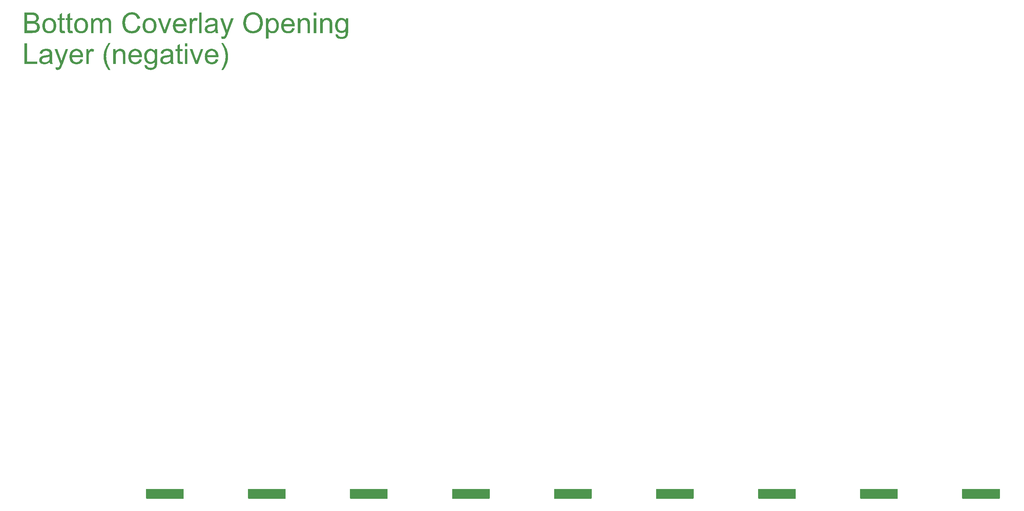
<source format=gbs>
G04*
G04 #@! TF.GenerationSoftware,Altium Limited,Altium Designer,25.0.2 (28)*
G04*
G04 Layer_Color=16711935*
%FSLAX44Y44*%
%MOMM*%
G71*
G04*
G04 #@! TF.SameCoordinates,F5B53509-386E-4AF8-9846-D30C52800222*
G04*
G04*
G04 #@! TF.FilePolarity,Negative*
G04*
G01*
G75*
G36*
X415000Y77000D02*
X415597D01*
X416699Y77456D01*
X417543Y78300D01*
X418000Y79403D01*
Y80000D01*
D01*
Y102000D01*
X324000D01*
Y80000D01*
Y79403D01*
X324457Y78300D01*
X325300Y77456D01*
X326403Y77000D01*
X327000D01*
D01*
X415000D01*
D02*
G37*
G36*
X670000D02*
X670597D01*
X671699Y77456D01*
X672543Y78300D01*
X673000Y79403D01*
Y80000D01*
D01*
Y102000D01*
X579000D01*
Y80000D01*
Y79403D01*
X579457Y78300D01*
X580300Y77456D01*
X581403Y77000D01*
X582000D01*
D01*
X670000D01*
D02*
G37*
G36*
X925000D02*
X925597D01*
X926699Y77456D01*
X927543Y78300D01*
X928000Y79403D01*
Y80000D01*
D01*
Y102000D01*
X834000D01*
Y80000D01*
Y79403D01*
X834457Y78300D01*
X835301Y77456D01*
X836403Y77000D01*
X837000D01*
D01*
X925000D01*
D02*
G37*
G36*
X1180000D02*
X1180597D01*
X1181699Y77456D01*
X1182543Y78300D01*
X1183000Y79403D01*
Y80000D01*
D01*
Y102000D01*
X1089000D01*
Y80000D01*
Y79403D01*
X1089457Y78300D01*
X1090301Y77456D01*
X1091403Y77000D01*
X1092000D01*
D01*
X1180000D01*
D02*
G37*
G36*
X1435000D02*
X1435597D01*
X1436699Y77456D01*
X1437543Y78300D01*
X1438000Y79403D01*
Y80000D01*
D01*
Y102000D01*
X1344000D01*
Y80000D01*
Y79403D01*
X1344457Y78300D01*
X1345301Y77456D01*
X1346403Y77000D01*
X1347000D01*
D01*
X1435000D01*
D02*
G37*
G36*
X1690000D02*
X1690597D01*
X1691699Y77456D01*
X1692543Y78300D01*
X1693000Y79403D01*
Y80000D01*
D01*
Y102000D01*
X1599000D01*
Y80000D01*
Y79403D01*
X1599457Y78300D01*
X1600301Y77456D01*
X1601403Y77000D01*
X1602000D01*
D01*
X1690000D01*
D02*
G37*
G36*
X1945000D02*
X1945597D01*
X1946699Y77456D01*
X1947543Y78300D01*
X1948000Y79403D01*
Y80000D01*
D01*
Y102000D01*
X1854000D01*
Y80000D01*
Y79403D01*
X1854457Y78300D01*
X1855301Y77456D01*
X1856403Y77000D01*
X1857000D01*
D01*
X1945000D01*
D02*
G37*
G36*
X2200000D02*
X2200597D01*
X2201699Y77456D01*
X2202543Y78300D01*
X2203000Y79403D01*
Y80000D01*
D01*
Y102000D01*
X2109000D01*
Y80000D01*
Y79403D01*
X2109457Y78300D01*
X2110301Y77456D01*
X2111403Y77000D01*
X2112000D01*
D01*
X2200000D01*
D02*
G37*
G36*
X2455000D02*
X2455597D01*
X2456699Y77456D01*
X2457543Y78300D01*
X2458000Y79403D01*
Y80000D01*
D01*
Y102000D01*
X2364000D01*
Y80000D01*
Y79403D01*
X2364457Y78300D01*
X2365301Y77456D01*
X2366403Y77000D01*
X2367000D01*
D01*
X2455000D01*
D02*
G37*
G36*
X749613Y1286485D02*
X743348D01*
Y1293683D01*
X749613D01*
Y1286485D01*
D02*
G37*
G36*
X290264Y1294483D02*
X290931Y1294416D01*
X291730Y1294350D01*
X292597Y1294216D01*
X293530Y1294083D01*
X295529Y1293617D01*
X296596Y1293283D01*
X297729Y1292883D01*
X298795Y1292417D01*
X299862Y1291950D01*
X300928Y1291284D01*
X301928Y1290617D01*
X301994Y1290551D01*
X302128Y1290417D01*
X302461Y1290217D01*
X302794Y1289884D01*
X303194Y1289484D01*
X303727Y1289018D01*
X304261Y1288418D01*
X304860Y1287751D01*
X305460Y1287018D01*
X306060Y1286219D01*
X306660Y1285285D01*
X307260Y1284352D01*
X307860Y1283286D01*
X308393Y1282153D01*
X308926Y1280887D01*
X309326Y1279620D01*
X302661Y1278021D01*
Y1278087D01*
X302594Y1278287D01*
X302461Y1278554D01*
X302328Y1278954D01*
X302128Y1279420D01*
X301928Y1279953D01*
X301328Y1281153D01*
X300595Y1282486D01*
X299728Y1283819D01*
X298662Y1285085D01*
X298062Y1285619D01*
X297462Y1286152D01*
X297396D01*
X297329Y1286285D01*
X297129Y1286418D01*
X296862Y1286552D01*
X296529Y1286752D01*
X296129Y1286952D01*
X295130Y1287485D01*
X293863Y1287951D01*
X292397Y1288351D01*
X290731Y1288618D01*
X288864Y1288751D01*
X288265D01*
X287865Y1288685D01*
X287398D01*
X286798Y1288618D01*
X286132Y1288484D01*
X285399Y1288418D01*
X283866Y1288085D01*
X282199Y1287552D01*
X280533Y1286818D01*
X279734Y1286418D01*
X278934Y1285885D01*
X278867D01*
X278734Y1285752D01*
X278534Y1285619D01*
X278267Y1285352D01*
X277601Y1284752D01*
X276801Y1283886D01*
X275868Y1282819D01*
X274935Y1281486D01*
X274068Y1280020D01*
X273402Y1278287D01*
Y1278221D01*
X273335Y1278087D01*
X273269Y1277821D01*
X273135Y1277487D01*
X273002Y1277021D01*
X272869Y1276488D01*
X272735Y1275888D01*
X272602Y1275288D01*
X272335Y1273755D01*
X272069Y1272089D01*
X271869Y1270289D01*
X271802Y1268423D01*
Y1268356D01*
Y1268156D01*
Y1267823D01*
Y1267357D01*
X271869Y1266757D01*
X271936Y1266090D01*
Y1265357D01*
X272069Y1264557D01*
X272269Y1262758D01*
X272602Y1260892D01*
X273069Y1258892D01*
X273668Y1257026D01*
Y1256959D01*
X273735Y1256826D01*
X273868Y1256559D01*
X274068Y1256226D01*
X274268Y1255826D01*
X274468Y1255360D01*
X275135Y1254293D01*
X276001Y1253094D01*
X277001Y1251894D01*
X278201Y1250761D01*
X279600Y1249761D01*
X279667D01*
X279800Y1249628D01*
X280000Y1249561D01*
X280333Y1249361D01*
X280667Y1249228D01*
X281133Y1249028D01*
X282199Y1248561D01*
X283533Y1248095D01*
X284999Y1247762D01*
X286598Y1247495D01*
X288331Y1247362D01*
X288864D01*
X289264Y1247428D01*
X289798Y1247495D01*
X290331Y1247562D01*
X290997Y1247628D01*
X291664Y1247762D01*
X293197Y1248161D01*
X294796Y1248761D01*
X295663Y1249095D01*
X296463Y1249561D01*
X297262Y1250028D01*
X297995Y1250628D01*
X298062Y1250694D01*
X298195Y1250761D01*
X298395Y1250961D01*
X298662Y1251227D01*
X298929Y1251561D01*
X299328Y1252027D01*
X299728Y1252494D01*
X300128Y1253094D01*
X300595Y1253693D01*
X301061Y1254427D01*
X301461Y1255226D01*
X301928Y1256093D01*
X302328Y1257093D01*
X302728Y1258092D01*
X303061Y1259159D01*
X303394Y1260358D01*
X310192Y1258625D01*
Y1258559D01*
X310059Y1258292D01*
X309926Y1257826D01*
X309792Y1257226D01*
X309526Y1256559D01*
X309193Y1255760D01*
X308859Y1254893D01*
X308393Y1253893D01*
X307926Y1252894D01*
X307326Y1251827D01*
X306727Y1250827D01*
X305993Y1249761D01*
X305260Y1248695D01*
X304394Y1247695D01*
X303461Y1246762D01*
X302461Y1245895D01*
X302394Y1245829D01*
X302194Y1245695D01*
X301928Y1245496D01*
X301461Y1245229D01*
X300928Y1244896D01*
X300262Y1244496D01*
X299528Y1244163D01*
X298729Y1243763D01*
X297729Y1243296D01*
X296729Y1242963D01*
X295596Y1242563D01*
X294396Y1242230D01*
X293130Y1241963D01*
X291797Y1241763D01*
X290397Y1241630D01*
X288931Y1241563D01*
X288131D01*
X287532Y1241630D01*
X286865Y1241696D01*
X285999Y1241763D01*
X285132Y1241830D01*
X284132Y1241963D01*
X282000Y1242363D01*
X279734Y1242963D01*
X278601Y1243363D01*
X277467Y1243829D01*
X276401Y1244296D01*
X275401Y1244896D01*
X275335Y1244962D01*
X275201Y1245029D01*
X274935Y1245229D01*
X274535Y1245562D01*
X274135Y1245895D01*
X273602Y1246295D01*
X273069Y1246829D01*
X272469Y1247428D01*
X271802Y1248028D01*
X271202Y1248761D01*
X270536Y1249561D01*
X269869Y1250494D01*
X269203Y1251427D01*
X268603Y1252427D01*
X268003Y1253560D01*
X267470Y1254693D01*
Y1254760D01*
X267337Y1254960D01*
X267203Y1255360D01*
X267070Y1255826D01*
X266870Y1256426D01*
X266604Y1257093D01*
X266404Y1257892D01*
X266137Y1258826D01*
X265870Y1259825D01*
X265670Y1260892D01*
X265404Y1262025D01*
X265204Y1263158D01*
X264937Y1265757D01*
X264804Y1268423D01*
Y1268490D01*
Y1268756D01*
Y1269223D01*
X264871Y1269756D01*
Y1270489D01*
X264937Y1271289D01*
X265071Y1272155D01*
X265204Y1273155D01*
X265337Y1274221D01*
X265537Y1275355D01*
X266070Y1277687D01*
X266803Y1280020D01*
X267270Y1281220D01*
X267803Y1282353D01*
X267870Y1282419D01*
X267936Y1282619D01*
X268137Y1282953D01*
X268403Y1283353D01*
X268670Y1283819D01*
X269070Y1284419D01*
X269536Y1285019D01*
X270069Y1285752D01*
X271269Y1287218D01*
X272802Y1288685D01*
X274535Y1290151D01*
X275535Y1290817D01*
X276534Y1291417D01*
X276601Y1291484D01*
X276801Y1291550D01*
X277134Y1291684D01*
X277534Y1291884D01*
X278067Y1292150D01*
X278667Y1292417D01*
X279400Y1292684D01*
X280200Y1293017D01*
X281133Y1293283D01*
X282066Y1293550D01*
X284199Y1294083D01*
X286532Y1294416D01*
X287731Y1294550D01*
X289731D01*
X290264Y1294483D01*
D02*
G37*
G36*
X641241Y1280287D02*
X641641D01*
X642174Y1280220D01*
X643307Y1280020D01*
X644573Y1279753D01*
X646040Y1279287D01*
X647439Y1278687D01*
X648839Y1277887D01*
X648906D01*
X648972Y1277754D01*
X649172Y1277621D01*
X649439Y1277421D01*
X650105Y1276888D01*
X650905Y1276088D01*
X651772Y1275088D01*
X652705Y1273955D01*
X653571Y1272555D01*
X654371Y1270956D01*
Y1270889D01*
X654438Y1270756D01*
X654571Y1270489D01*
X654638Y1270156D01*
X654837Y1269756D01*
X654971Y1269289D01*
X655104Y1268690D01*
X655304Y1268090D01*
X655637Y1266624D01*
X655971Y1265024D01*
X656170Y1263158D01*
X656237Y1261225D01*
Y1261158D01*
Y1260958D01*
Y1260692D01*
Y1260292D01*
X656170Y1259759D01*
X656104Y1259159D01*
X656037Y1258559D01*
X655971Y1257826D01*
X655704Y1256226D01*
X655371Y1254493D01*
X654837Y1252694D01*
X654171Y1250961D01*
Y1250894D01*
X654104Y1250761D01*
X653971Y1250561D01*
X653771Y1250228D01*
X653571Y1249828D01*
X653305Y1249428D01*
X652638Y1248428D01*
X651772Y1247295D01*
X650772Y1246095D01*
X649572Y1245029D01*
X648173Y1244029D01*
X648106D01*
X647972Y1243896D01*
X647773Y1243829D01*
X647506Y1243629D01*
X647173Y1243496D01*
X646706Y1243296D01*
X645706Y1242830D01*
X644507Y1242363D01*
X643107Y1242030D01*
X641574Y1241763D01*
X639975Y1241630D01*
X639441D01*
X638842Y1241696D01*
X638108Y1241830D01*
X637242Y1241963D01*
X636242Y1242163D01*
X635309Y1242496D01*
X634309Y1242963D01*
X634176Y1243029D01*
X633909Y1243230D01*
X633443Y1243496D01*
X632910Y1243896D01*
X632243Y1244362D01*
X631577Y1244962D01*
X630910Y1245562D01*
X630244Y1246295D01*
Y1228233D01*
X623979D01*
Y1279554D01*
X629711D01*
Y1274688D01*
X629777Y1274821D01*
X630044Y1275155D01*
X630510Y1275621D01*
X631044Y1276288D01*
X631710Y1276954D01*
X632443Y1277621D01*
X633310Y1278287D01*
X634243Y1278887D01*
X634376Y1278954D01*
X634709Y1279087D01*
X635243Y1279354D01*
X635976Y1279620D01*
X636909Y1279887D01*
X637975Y1280153D01*
X639175Y1280287D01*
X640441Y1280353D01*
X640908D01*
X641241Y1280287D01*
D02*
G37*
G36*
X777873D02*
X778739Y1280220D01*
X779672Y1280020D01*
X780739Y1279820D01*
X781805Y1279487D01*
X782871Y1279087D01*
X783005Y1279020D01*
X783338Y1278887D01*
X783804Y1278620D01*
X784471Y1278221D01*
X785137Y1277821D01*
X785804Y1277287D01*
X786470Y1276621D01*
X787070Y1275954D01*
X787137Y1275888D01*
X787270Y1275621D01*
X787537Y1275221D01*
X787870Y1274621D01*
X788137Y1273955D01*
X788470Y1273155D01*
X788736Y1272289D01*
X789003Y1271289D01*
Y1271222D01*
X789070Y1270956D01*
X789136Y1270489D01*
X789203Y1269889D01*
X789270Y1269023D01*
X789336Y1268023D01*
X789403Y1266757D01*
Y1265224D01*
Y1242430D01*
X783138D01*
Y1264957D01*
Y1265024D01*
Y1265157D01*
Y1265291D01*
Y1265557D01*
X783071Y1266290D01*
Y1267090D01*
X782938Y1268023D01*
X782805Y1268956D01*
X782605Y1269823D01*
X782338Y1270622D01*
Y1270689D01*
X782205Y1270956D01*
X782005Y1271289D01*
X781738Y1271756D01*
X781405Y1272222D01*
X780938Y1272755D01*
X780405Y1273222D01*
X779739Y1273688D01*
X779672Y1273755D01*
X779406Y1273888D01*
X779006Y1274088D01*
X778473Y1274288D01*
X777873Y1274488D01*
X777140Y1274688D01*
X776273Y1274821D01*
X775407Y1274888D01*
X775007D01*
X774740Y1274821D01*
X773940Y1274755D01*
X773007Y1274555D01*
X771941Y1274288D01*
X770741Y1273822D01*
X769541Y1273155D01*
X768408Y1272289D01*
X768275Y1272155D01*
X768142Y1272022D01*
X767942Y1271756D01*
X767742Y1271489D01*
X767475Y1271089D01*
X767275Y1270689D01*
X767009Y1270156D01*
X766742Y1269489D01*
X766476Y1268823D01*
X766209Y1268023D01*
X766009Y1267157D01*
X765809Y1266157D01*
X765676Y1265090D01*
X765609Y1263891D01*
X765542Y1262625D01*
Y1242430D01*
X759277D01*
Y1279554D01*
X764943D01*
Y1274221D01*
X765009Y1274288D01*
X765143Y1274488D01*
X765342Y1274821D01*
X765676Y1275155D01*
X766142Y1275621D01*
X766609Y1276154D01*
X767209Y1276688D01*
X767942Y1277287D01*
X768742Y1277887D01*
X769608Y1278420D01*
X770541Y1278954D01*
X771608Y1279420D01*
X772741Y1279820D01*
X773940Y1280087D01*
X775273Y1280287D01*
X776673Y1280353D01*
X777273D01*
X777873Y1280287D01*
D02*
G37*
G36*
X722153D02*
X723020Y1280220D01*
X723953Y1280020D01*
X725020Y1279820D01*
X726086Y1279487D01*
X727152Y1279087D01*
X727286Y1279020D01*
X727619Y1278887D01*
X728085Y1278620D01*
X728752Y1278221D01*
X729418Y1277821D01*
X730085Y1277287D01*
X730751Y1276621D01*
X731351Y1275954D01*
X731418Y1275888D01*
X731551Y1275621D01*
X731818Y1275221D01*
X732151Y1274621D01*
X732418Y1273955D01*
X732751Y1273155D01*
X733017Y1272289D01*
X733284Y1271289D01*
Y1271222D01*
X733351Y1270956D01*
X733417Y1270489D01*
X733484Y1269889D01*
X733551Y1269023D01*
X733617Y1268023D01*
X733684Y1266757D01*
Y1265224D01*
Y1242430D01*
X727419D01*
Y1264957D01*
Y1265024D01*
Y1265157D01*
Y1265291D01*
Y1265557D01*
X727352Y1266290D01*
Y1267090D01*
X727219Y1268023D01*
X727086Y1268956D01*
X726886Y1269823D01*
X726619Y1270622D01*
Y1270689D01*
X726486Y1270956D01*
X726286Y1271289D01*
X726019Y1271756D01*
X725686Y1272222D01*
X725219Y1272755D01*
X724686Y1273222D01*
X724020Y1273688D01*
X723953Y1273755D01*
X723687Y1273888D01*
X723287Y1274088D01*
X722753Y1274288D01*
X722153Y1274488D01*
X721420Y1274688D01*
X720554Y1274821D01*
X719688Y1274888D01*
X719288D01*
X719021Y1274821D01*
X718221Y1274755D01*
X717288Y1274555D01*
X716222Y1274288D01*
X715022Y1273822D01*
X713822Y1273155D01*
X712689Y1272289D01*
X712556Y1272155D01*
X712423Y1272022D01*
X712223Y1271756D01*
X712023Y1271489D01*
X711756Y1271089D01*
X711556Y1270689D01*
X711290Y1270156D01*
X711023Y1269489D01*
X710757Y1268823D01*
X710490Y1268023D01*
X710290Y1267157D01*
X710090Y1266157D01*
X709957Y1265090D01*
X709890Y1263891D01*
X709823Y1262625D01*
Y1242430D01*
X703558D01*
Y1279554D01*
X709223D01*
Y1274221D01*
X709290Y1274288D01*
X709424Y1274488D01*
X709623Y1274821D01*
X709957Y1275155D01*
X710423Y1275621D01*
X710890Y1276154D01*
X711490Y1276688D01*
X712223Y1277287D01*
X713023Y1277887D01*
X713889Y1278420D01*
X714822Y1278954D01*
X715889Y1279420D01*
X717021Y1279820D01*
X718221Y1280087D01*
X719554Y1280287D01*
X720954Y1280353D01*
X721554D01*
X722153Y1280287D01*
D02*
G37*
G36*
X447890Y1280220D02*
X448690Y1280087D01*
X449690Y1279820D01*
X450823Y1279487D01*
X451956Y1278954D01*
X453222Y1278287D01*
X451023Y1272489D01*
X450890Y1272555D01*
X450623Y1272689D01*
X450157Y1272888D01*
X449557Y1273155D01*
X448890Y1273422D01*
X448090Y1273622D01*
X447224Y1273755D01*
X446357Y1273822D01*
X446024D01*
X445624Y1273755D01*
X445091Y1273688D01*
X444558Y1273488D01*
X443891Y1273288D01*
X443292Y1272955D01*
X442625Y1272555D01*
X442559Y1272489D01*
X442359Y1272355D01*
X442092Y1272022D01*
X441759Y1271622D01*
X441359Y1271156D01*
X440959Y1270556D01*
X440626Y1269889D01*
X440292Y1269090D01*
Y1269023D01*
X440226Y1268956D01*
Y1268756D01*
X440159Y1268490D01*
X439959Y1267823D01*
X439826Y1266957D01*
X439626Y1265824D01*
X439426Y1264624D01*
X439359Y1263224D01*
X439293Y1261758D01*
Y1242430D01*
X433028D01*
Y1279554D01*
X438693D01*
Y1273888D01*
X438759Y1274022D01*
X438893Y1274221D01*
X439026Y1274488D01*
X439493Y1275155D01*
X439959Y1275954D01*
X440559Y1276888D01*
X441226Y1277754D01*
X441959Y1278487D01*
X442625Y1279087D01*
X442692Y1279154D01*
X442958Y1279287D01*
X443358Y1279487D01*
X443825Y1279753D01*
X444425Y1279953D01*
X445158Y1280153D01*
X445891Y1280287D01*
X446691Y1280353D01*
X447224D01*
X447890Y1280220D01*
D02*
G37*
G36*
X226214Y1280287D02*
X226680D01*
X227214Y1280220D01*
X228480Y1279953D01*
X229813Y1279620D01*
X231213Y1279087D01*
X232612Y1278287D01*
X233212Y1277821D01*
X233812Y1277287D01*
X233879Y1277221D01*
X233945Y1277154D01*
X234079Y1276954D01*
X234279Y1276688D01*
X234478Y1276354D01*
X234745Y1275954D01*
X235012Y1275488D01*
X235345Y1274955D01*
X235611Y1274355D01*
X235878Y1273622D01*
X236145Y1272888D01*
X236345Y1272022D01*
X236545Y1271089D01*
X236678Y1270089D01*
X236811Y1268956D01*
Y1267823D01*
Y1242430D01*
X230546D01*
Y1265757D01*
Y1265824D01*
Y1265890D01*
Y1266090D01*
Y1266357D01*
Y1267023D01*
X230479Y1267823D01*
X230413Y1268690D01*
X230280Y1269623D01*
X230146Y1270423D01*
X229946Y1271156D01*
Y1271222D01*
X229813Y1271422D01*
X229680Y1271756D01*
X229413Y1272089D01*
X229146Y1272555D01*
X228747Y1272955D01*
X228280Y1273422D01*
X227680Y1273822D01*
X227614Y1273888D01*
X227414Y1274022D01*
X227080Y1274155D01*
X226614Y1274355D01*
X226081Y1274555D01*
X225414Y1274755D01*
X224748Y1274821D01*
X223948Y1274888D01*
X223548D01*
X223281Y1274821D01*
X222548Y1274755D01*
X221615Y1274555D01*
X220549Y1274221D01*
X219482Y1273755D01*
X218349Y1273089D01*
X217349Y1272222D01*
X217216Y1272089D01*
X216950Y1271756D01*
X216550Y1271089D01*
X216083Y1270223D01*
X215816Y1269689D01*
X215550Y1269090D01*
X215350Y1268356D01*
X215150Y1267623D01*
X215017Y1266823D01*
X214883Y1265957D01*
X214750Y1264957D01*
Y1263958D01*
Y1242430D01*
X208485D01*
Y1266490D01*
Y1266557D01*
Y1266690D01*
Y1266890D01*
Y1267157D01*
X208418Y1267956D01*
X208285Y1268823D01*
X208085Y1269889D01*
X207819Y1270889D01*
X207485Y1271889D01*
X206952Y1272755D01*
X206886Y1272822D01*
X206686Y1273089D01*
X206286Y1273422D01*
X205752Y1273822D01*
X205086Y1274221D01*
X204219Y1274555D01*
X203153Y1274821D01*
X201953Y1274888D01*
X201487D01*
X201020Y1274821D01*
X200354Y1274688D01*
X199554Y1274555D01*
X198754Y1274288D01*
X197888Y1273955D01*
X197021Y1273488D01*
X196955Y1273422D01*
X196621Y1273222D01*
X196222Y1272888D01*
X195755Y1272422D01*
X195222Y1271889D01*
X194689Y1271156D01*
X194155Y1270289D01*
X193689Y1269356D01*
X193622Y1269223D01*
X193556Y1268890D01*
X193356Y1268223D01*
X193222Y1267423D01*
X193022Y1266290D01*
X192822Y1264957D01*
X192756Y1263424D01*
X192689Y1261625D01*
Y1242430D01*
X186424D01*
Y1279554D01*
X192023D01*
Y1274288D01*
X192089Y1274421D01*
X192356Y1274755D01*
X192756Y1275221D01*
X193289Y1275888D01*
X193955Y1276554D01*
X194755Y1277287D01*
X195688Y1278021D01*
X196688Y1278687D01*
X196755D01*
X196821Y1278754D01*
X197221Y1278954D01*
X197821Y1279220D01*
X198621Y1279554D01*
X199621Y1279820D01*
X200687Y1280087D01*
X201953Y1280287D01*
X203286Y1280353D01*
X203953D01*
X204753Y1280287D01*
X205686Y1280153D01*
X206752Y1279953D01*
X207885Y1279620D01*
X208952Y1279220D01*
X210018Y1278620D01*
X210151Y1278554D01*
X210485Y1278287D01*
X210951Y1277887D01*
X211484Y1277354D01*
X212151Y1276688D01*
X212751Y1275888D01*
X213351Y1274888D01*
X213817Y1273822D01*
X213884Y1273888D01*
X214017Y1274088D01*
X214284Y1274421D01*
X214617Y1274821D01*
X215083Y1275355D01*
X215617Y1275888D01*
X216216Y1276488D01*
X216883Y1277087D01*
X217683Y1277687D01*
X218549Y1278287D01*
X219482Y1278820D01*
X220482Y1279354D01*
X221615Y1279753D01*
X222748Y1280087D01*
X224014Y1280287D01*
X225281Y1280353D01*
X225814D01*
X226214Y1280287D01*
D02*
G37*
G36*
X373709Y1242430D02*
X367644D01*
X353648Y1279554D01*
X360313D01*
X368244Y1257292D01*
Y1257226D01*
X368311Y1257159D01*
X368377Y1256959D01*
X368444Y1256693D01*
X368711Y1255959D01*
X369044Y1255026D01*
X369444Y1253893D01*
X369844Y1252627D01*
X370244Y1251227D01*
X370644Y1249828D01*
Y1249894D01*
X370710Y1249961D01*
X370777Y1250361D01*
X370977Y1250961D01*
X371243Y1251827D01*
X371577Y1252827D01*
X371977Y1254027D01*
X372443Y1255426D01*
X372976Y1256893D01*
X381174Y1279554D01*
X387706D01*
X373709Y1242430D01*
D02*
G37*
G36*
X529003Y1241830D02*
Y1241763D01*
X528936Y1241563D01*
X528803Y1241230D01*
X528603Y1240830D01*
X528470Y1240363D01*
X528203Y1239764D01*
X527737Y1238497D01*
X527137Y1237098D01*
X526537Y1235698D01*
X526004Y1234432D01*
X525737Y1233898D01*
X525471Y1233432D01*
X525404Y1233299D01*
X525204Y1232965D01*
X524804Y1232366D01*
X524338Y1231699D01*
X523804Y1230966D01*
X523138Y1230233D01*
X522405Y1229500D01*
X521605Y1228900D01*
X521538Y1228833D01*
X521205Y1228700D01*
X520805Y1228433D01*
X520139Y1228167D01*
X519406Y1227900D01*
X518539Y1227634D01*
X517539Y1227500D01*
X516473Y1227433D01*
X516140D01*
X515740Y1227500D01*
X515273Y1227567D01*
X514673Y1227634D01*
X513940Y1227767D01*
X513207Y1227967D01*
X512407Y1228233D01*
X511741Y1234099D01*
X511807D01*
X512074Y1234032D01*
X512474Y1233898D01*
X512940Y1233832D01*
X513474Y1233699D01*
X514073Y1233565D01*
X515273Y1233499D01*
X515606D01*
X516006Y1233565D01*
X516473D01*
X517606Y1233832D01*
X518139Y1233965D01*
X518606Y1234232D01*
X518672D01*
X518806Y1234365D01*
X519072Y1234498D01*
X519339Y1234698D01*
X520005Y1235298D01*
X520672Y1236165D01*
Y1236231D01*
X520805Y1236365D01*
X520938Y1236631D01*
X521138Y1237098D01*
X521405Y1237764D01*
X521738Y1238564D01*
X522138Y1239630D01*
X522338Y1240230D01*
X522605Y1240897D01*
X522671Y1240963D01*
X522738Y1241297D01*
X522938Y1241763D01*
X523204Y1242430D01*
X509075Y1279554D01*
X515740D01*
X523538Y1258092D01*
Y1258026D01*
X523604Y1257892D01*
X523671Y1257692D01*
X523804Y1257359D01*
X523938Y1257026D01*
X524071Y1256559D01*
X524404Y1255493D01*
X524804Y1254227D01*
X525271Y1252760D01*
X525737Y1251161D01*
X526204Y1249494D01*
Y1249561D01*
X526270Y1249695D01*
X526337Y1249894D01*
X526404Y1250228D01*
X526537Y1250628D01*
X526670Y1251094D01*
X526937Y1252160D01*
X527337Y1253427D01*
X527803Y1254827D01*
X528336Y1256359D01*
X528870Y1257892D01*
X536801Y1279554D01*
X543066D01*
X529003Y1241830D01*
D02*
G37*
G36*
X749613Y1242430D02*
X743348D01*
Y1279554D01*
X749613D01*
Y1242430D01*
D02*
G37*
G36*
X490213Y1280287D02*
X491279Y1280220D01*
X492479Y1280087D01*
X493812Y1279887D01*
X495012Y1279620D01*
X496211Y1279220D01*
X496278D01*
X496345Y1279154D01*
X496678Y1279020D01*
X497211Y1278754D01*
X497878Y1278420D01*
X498611Y1278021D01*
X499344Y1277554D01*
X500010Y1276954D01*
X500610Y1276354D01*
X500677Y1276288D01*
X500810Y1276088D01*
X501077Y1275688D01*
X501410Y1275221D01*
X501743Y1274621D01*
X502077Y1273888D01*
X502343Y1273089D01*
X502610Y1272155D01*
Y1272089D01*
X502676Y1271822D01*
X502743Y1271422D01*
X502810Y1270822D01*
Y1270023D01*
X502876Y1269023D01*
X502943Y1267823D01*
Y1266357D01*
Y1257959D01*
Y1257892D01*
Y1257559D01*
Y1257159D01*
Y1256559D01*
Y1255893D01*
Y1255093D01*
Y1254227D01*
X503010Y1253294D01*
Y1251427D01*
X503076Y1249628D01*
X503143Y1248761D01*
Y1248028D01*
X503210Y1247428D01*
X503276Y1246895D01*
Y1246762D01*
X503343Y1246495D01*
X503476Y1246029D01*
X503610Y1245496D01*
X503876Y1244762D01*
X504143Y1244029D01*
X504476Y1243230D01*
X504876Y1242430D01*
X498278D01*
X498211Y1242496D01*
X498144Y1242763D01*
X497944Y1243163D01*
X497811Y1243763D01*
X497544Y1244429D01*
X497411Y1245229D01*
X497211Y1246095D01*
X497078Y1247095D01*
X497011D01*
X496945Y1246962D01*
X496745Y1246829D01*
X496478Y1246629D01*
X495812Y1246095D01*
X494878Y1245429D01*
X493879Y1244762D01*
X492746Y1244029D01*
X491479Y1243363D01*
X490280Y1242830D01*
X490213D01*
X490146Y1242763D01*
X489946Y1242696D01*
X489746Y1242630D01*
X489080Y1242430D01*
X488214Y1242230D01*
X487214Y1242030D01*
X486014Y1241830D01*
X484748Y1241696D01*
X483415Y1241630D01*
X482815D01*
X482415Y1241696D01*
X481882D01*
X481282Y1241763D01*
X479949Y1242030D01*
X478416Y1242363D01*
X476883Y1242896D01*
X475350Y1243629D01*
X474684Y1244029D01*
X474017Y1244563D01*
X473950Y1244629D01*
X473884Y1244696D01*
X473484Y1245096D01*
X473017Y1245762D01*
X472417Y1246629D01*
X471818Y1247762D01*
X471284Y1249028D01*
X470885Y1250494D01*
X470818Y1251294D01*
X470751Y1252160D01*
Y1252294D01*
Y1252627D01*
X470818Y1253160D01*
X470885Y1253827D01*
X471018Y1254560D01*
X471284Y1255426D01*
X471551Y1256293D01*
X471951Y1257159D01*
X472018Y1257292D01*
X472151Y1257559D01*
X472484Y1257959D01*
X472817Y1258492D01*
X473284Y1259025D01*
X473884Y1259625D01*
X474484Y1260225D01*
X475217Y1260758D01*
X475283Y1260825D01*
X475550Y1260958D01*
X476017Y1261225D01*
X476550Y1261558D01*
X477216Y1261891D01*
X477949Y1262225D01*
X478816Y1262558D01*
X479749Y1262824D01*
X479816D01*
X480082Y1262891D01*
X480549Y1263024D01*
X481149Y1263091D01*
X481948Y1263291D01*
X482882Y1263424D01*
X484015Y1263558D01*
X485348Y1263757D01*
X485414D01*
X485681Y1263824D01*
X486081D01*
X486614Y1263958D01*
X487214Y1264024D01*
X487947Y1264091D01*
X488747Y1264224D01*
X489613Y1264357D01*
X491413Y1264691D01*
X493279Y1265090D01*
X495012Y1265490D01*
X495812Y1265757D01*
X496545Y1265957D01*
Y1266024D01*
Y1266157D01*
Y1266357D01*
X496611Y1266624D01*
Y1267157D01*
Y1267423D01*
Y1267557D01*
Y1267623D01*
Y1267757D01*
Y1267956D01*
Y1268156D01*
X496545Y1268890D01*
X496411Y1269689D01*
X496145Y1270622D01*
X495878Y1271489D01*
X495412Y1272355D01*
X494812Y1273022D01*
X494678Y1273089D01*
X494345Y1273355D01*
X493812Y1273688D01*
X493012Y1274088D01*
X491946Y1274488D01*
X490746Y1274821D01*
X489280Y1275088D01*
X487614Y1275155D01*
X486880D01*
X486081Y1275088D01*
X485148Y1274955D01*
X484015Y1274755D01*
X482948Y1274488D01*
X481882Y1274088D01*
X481015Y1273555D01*
X480949Y1273488D01*
X480682Y1273288D01*
X480282Y1272888D01*
X479882Y1272289D01*
X479349Y1271555D01*
X478882Y1270622D01*
X478349Y1269423D01*
X477949Y1268090D01*
X471818Y1268956D01*
Y1269023D01*
X471884Y1269156D01*
Y1269356D01*
X471951Y1269623D01*
X472151Y1270356D01*
X472484Y1271222D01*
X472817Y1272222D01*
X473284Y1273288D01*
X473884Y1274355D01*
X474550Y1275288D01*
X474617Y1275421D01*
X474883Y1275688D01*
X475350Y1276088D01*
X475950Y1276688D01*
X476750Y1277287D01*
X477683Y1277887D01*
X478816Y1278487D01*
X480082Y1279020D01*
X480149D01*
X480282Y1279087D01*
X480482Y1279154D01*
X480749Y1279220D01*
X481082Y1279354D01*
X481482Y1279420D01*
X482548Y1279687D01*
X483748Y1279953D01*
X485214Y1280153D01*
X486814Y1280287D01*
X488547Y1280353D01*
X489746D01*
X490213Y1280287D01*
D02*
G37*
G36*
X463087Y1242430D02*
X456822D01*
Y1293683D01*
X463087D01*
Y1242430D01*
D02*
G37*
G36*
X40661Y1293617D02*
X41261D01*
X42594Y1293483D01*
X44061Y1293283D01*
X45660Y1293017D01*
X47193Y1292617D01*
X48593Y1292084D01*
X48659D01*
X48726Y1292017D01*
X48926Y1291950D01*
X49193Y1291817D01*
X49792Y1291417D01*
X50592Y1290884D01*
X51525Y1290217D01*
X52392Y1289418D01*
X53325Y1288418D01*
X54125Y1287285D01*
Y1287218D01*
X54191Y1287152D01*
X54458Y1286752D01*
X54791Y1286085D01*
X55191Y1285219D01*
X55524Y1284219D01*
X55858Y1283086D01*
X56124Y1281886D01*
X56191Y1280553D01*
Y1280487D01*
Y1280420D01*
Y1280220D01*
Y1280020D01*
X56124Y1279354D01*
X55991Y1278554D01*
X55724Y1277554D01*
X55458Y1276488D01*
X54991Y1275421D01*
X54391Y1274288D01*
X54325Y1274155D01*
X54058Y1273822D01*
X53658Y1273288D01*
X53058Y1272622D01*
X52258Y1271889D01*
X51325Y1271156D01*
X50259Y1270356D01*
X48993Y1269689D01*
X49059D01*
X49193Y1269623D01*
X49459Y1269556D01*
X49792Y1269423D01*
X50126Y1269289D01*
X50592Y1269090D01*
X51659Y1268556D01*
X52792Y1267890D01*
X53991Y1267090D01*
X55124Y1266090D01*
X56124Y1264957D01*
Y1264891D01*
X56257Y1264824D01*
X56391Y1264624D01*
X56524Y1264357D01*
X56924Y1263691D01*
X57390Y1262758D01*
X57857Y1261625D01*
X58257Y1260292D01*
X58524Y1258826D01*
X58657Y1257226D01*
Y1257159D01*
Y1257093D01*
Y1256893D01*
Y1256626D01*
X58590Y1255959D01*
X58457Y1255026D01*
X58257Y1254027D01*
X57990Y1252894D01*
X57657Y1251761D01*
X57124Y1250561D01*
X57057Y1250428D01*
X56857Y1250028D01*
X56524Y1249494D01*
X56057Y1248828D01*
X55524Y1248028D01*
X54858Y1247228D01*
X54125Y1246495D01*
X53325Y1245762D01*
X53258Y1245695D01*
X52925Y1245496D01*
X52458Y1245162D01*
X51792Y1244829D01*
X50992Y1244429D01*
X50059Y1243963D01*
X48926Y1243563D01*
X47726Y1243230D01*
X47593D01*
X47393Y1243163D01*
X47126Y1243096D01*
X46793Y1243029D01*
X46393Y1242963D01*
X45460Y1242830D01*
X44261Y1242696D01*
X42861Y1242563D01*
X41261Y1242496D01*
X39462Y1242430D01*
X20000D01*
Y1293683D01*
X40195D01*
X40661Y1293617D01*
D02*
G37*
G36*
X134171Y1279554D02*
X140503D01*
Y1274688D01*
X134171D01*
Y1252960D01*
Y1252827D01*
Y1252494D01*
Y1252027D01*
X134237Y1251494D01*
Y1250894D01*
X134304Y1250294D01*
X134371Y1249828D01*
X134437Y1249428D01*
X134504Y1249295D01*
X134704Y1249028D01*
X135037Y1248628D01*
X135504Y1248228D01*
X135570D01*
X135637Y1248161D01*
X135837Y1248095D01*
X136104Y1248028D01*
X136770Y1247895D01*
X137703Y1247828D01*
X138436D01*
X138836Y1247895D01*
X139369D01*
X139903Y1247962D01*
X140503Y1248028D01*
X141369Y1242496D01*
X141236D01*
X140902Y1242430D01*
X140436Y1242363D01*
X139769Y1242230D01*
X139036Y1242163D01*
X138236Y1242030D01*
X136570Y1241963D01*
X136037D01*
X135371Y1242030D01*
X134637Y1242096D01*
X133771Y1242230D01*
X132904Y1242430D01*
X132038Y1242696D01*
X131305Y1243029D01*
X131238Y1243096D01*
X130972Y1243230D01*
X130705Y1243429D01*
X130305Y1243763D01*
X129839Y1244163D01*
X129372Y1244696D01*
X128972Y1245229D01*
X128639Y1245829D01*
Y1245895D01*
X128506Y1246229D01*
X128439Y1246695D01*
X128306Y1247428D01*
X128239Y1247895D01*
X128172Y1248428D01*
X128106Y1249028D01*
X128039Y1249761D01*
X127972Y1250494D01*
Y1251361D01*
X127906Y1252294D01*
Y1253294D01*
Y1274688D01*
X123240D01*
Y1279554D01*
X127906D01*
Y1288685D01*
X134171Y1292484D01*
Y1279554D01*
D02*
G37*
G36*
X114309D02*
X120641D01*
Y1274688D01*
X114309D01*
Y1252960D01*
Y1252827D01*
Y1252494D01*
Y1252027D01*
X114376Y1251494D01*
Y1250894D01*
X114443Y1250294D01*
X114509Y1249828D01*
X114576Y1249428D01*
X114642Y1249295D01*
X114842Y1249028D01*
X115176Y1248628D01*
X115642Y1248228D01*
X115709D01*
X115775Y1248161D01*
X115975Y1248095D01*
X116242Y1248028D01*
X116909Y1247895D01*
X117842Y1247828D01*
X118575D01*
X118975Y1247895D01*
X119508D01*
X120041Y1247962D01*
X120641Y1248028D01*
X121507Y1242496D01*
X121374D01*
X121041Y1242430D01*
X120574Y1242363D01*
X119908Y1242230D01*
X119175Y1242163D01*
X118375Y1242030D01*
X116709Y1241963D01*
X116175D01*
X115509Y1242030D01*
X114776Y1242096D01*
X113909Y1242230D01*
X113043Y1242430D01*
X112176Y1242696D01*
X111443Y1243029D01*
X111377Y1243096D01*
X111110Y1243230D01*
X110843Y1243429D01*
X110443Y1243763D01*
X109977Y1244163D01*
X109510Y1244696D01*
X109110Y1245229D01*
X108777Y1245829D01*
Y1245895D01*
X108644Y1246229D01*
X108577Y1246695D01*
X108444Y1247428D01*
X108377Y1247895D01*
X108311Y1248428D01*
X108244Y1249028D01*
X108177Y1249761D01*
X108111Y1250494D01*
Y1251361D01*
X108044Y1252294D01*
Y1253294D01*
Y1274688D01*
X103379D01*
Y1279554D01*
X108044D01*
Y1288685D01*
X114309Y1292484D01*
Y1279554D01*
D02*
G37*
G36*
X680164Y1280287D02*
X680764Y1280220D01*
X681497Y1280087D01*
X682364Y1279953D01*
X683230Y1279753D01*
X684163Y1279487D01*
X685163Y1279087D01*
X686163Y1278687D01*
X687162Y1278221D01*
X688229Y1277621D01*
X689229Y1276954D01*
X690162Y1276154D01*
X691095Y1275288D01*
X691161Y1275221D01*
X691295Y1275021D01*
X691561Y1274755D01*
X691828Y1274355D01*
X692161Y1273822D01*
X692561Y1273222D01*
X693028Y1272489D01*
X693494Y1271622D01*
X693894Y1270622D01*
X694361Y1269556D01*
X694761Y1268423D01*
X695094Y1267157D01*
X695360Y1265757D01*
X695627Y1264291D01*
X695760Y1262691D01*
X695827Y1261025D01*
Y1260892D01*
Y1260625D01*
Y1260092D01*
X695760Y1259359D01*
X668101D01*
Y1259292D01*
Y1259092D01*
X668167Y1258759D01*
X668234Y1258359D01*
X668301Y1257826D01*
X668367Y1257226D01*
X668634Y1255893D01*
X669100Y1254360D01*
X669700Y1252827D01*
X670500Y1251361D01*
X670967Y1250694D01*
X671500Y1250028D01*
X671566Y1249961D01*
X671633Y1249894D01*
X671833Y1249761D01*
X672033Y1249561D01*
X672766Y1249028D01*
X673633Y1248428D01*
X674766Y1247828D01*
X676099Y1247362D01*
X677632Y1246962D01*
X678431Y1246895D01*
X679298Y1246829D01*
X679898D01*
X680498Y1246895D01*
X681364Y1247029D01*
X682230Y1247295D01*
X683230Y1247562D01*
X684230Y1248028D01*
X685163Y1248628D01*
X685296Y1248695D01*
X685563Y1248961D01*
X686030Y1249428D01*
X686563Y1250028D01*
X687162Y1250827D01*
X687829Y1251894D01*
X688495Y1253094D01*
X689029Y1254493D01*
X695560Y1253627D01*
Y1253560D01*
X695494Y1253360D01*
X695427Y1253094D01*
X695227Y1252694D01*
X695094Y1252227D01*
X694827Y1251627D01*
X694294Y1250361D01*
X693494Y1248961D01*
X692495Y1247495D01*
X691295Y1246029D01*
X689895Y1244762D01*
X689828D01*
X689695Y1244629D01*
X689495Y1244496D01*
X689162Y1244296D01*
X688762Y1244029D01*
X688229Y1243763D01*
X687696Y1243496D01*
X687029Y1243230D01*
X686296Y1242896D01*
X685496Y1242630D01*
X684630Y1242363D01*
X683697Y1242096D01*
X681631Y1241763D01*
X680498Y1241696D01*
X679298Y1241630D01*
X678965D01*
X678498Y1241696D01*
X677965D01*
X677298Y1241763D01*
X676499Y1241897D01*
X675565Y1242030D01*
X674632Y1242230D01*
X673633Y1242496D01*
X672566Y1242830D01*
X671500Y1243230D01*
X670434Y1243763D01*
X669367Y1244296D01*
X668301Y1244962D01*
X667301Y1245762D01*
X666368Y1246629D01*
X666301Y1246695D01*
X666168Y1246895D01*
X665901Y1247162D01*
X665635Y1247562D01*
X665301Y1248095D01*
X664902Y1248695D01*
X664435Y1249428D01*
X664035Y1250228D01*
X663568Y1251227D01*
X663102Y1252227D01*
X662702Y1253427D01*
X662369Y1254626D01*
X662102Y1256026D01*
X661836Y1257426D01*
X661702Y1258959D01*
X661636Y1260625D01*
Y1260758D01*
Y1261025D01*
X661702Y1261558D01*
Y1262158D01*
X661769Y1262958D01*
X661902Y1263891D01*
X662036Y1264891D01*
X662236Y1265957D01*
X662502Y1267090D01*
X662835Y1268290D01*
X663169Y1269489D01*
X663635Y1270689D01*
X664235Y1271889D01*
X664835Y1273089D01*
X665568Y1274155D01*
X666434Y1275155D01*
X666501Y1275221D01*
X666634Y1275355D01*
X666901Y1275621D01*
X667301Y1275954D01*
X667767Y1276354D01*
X668367Y1276821D01*
X669034Y1277287D01*
X669767Y1277754D01*
X670633Y1278221D01*
X671566Y1278687D01*
X672633Y1279154D01*
X673699Y1279554D01*
X674899Y1279887D01*
X676165Y1280153D01*
X677498Y1280287D01*
X678898Y1280353D01*
X679631D01*
X680164Y1280287D01*
D02*
G37*
G36*
X409700D02*
X410300Y1280220D01*
X411033Y1280087D01*
X411900Y1279953D01*
X412766Y1279753D01*
X413699Y1279487D01*
X414699Y1279087D01*
X415699Y1278687D01*
X416698Y1278221D01*
X417765Y1277621D01*
X418765Y1276954D01*
X419698Y1276154D01*
X420631Y1275288D01*
X420697Y1275221D01*
X420831Y1275021D01*
X421097Y1274755D01*
X421364Y1274355D01*
X421697Y1273822D01*
X422097Y1273222D01*
X422564Y1272489D01*
X423030Y1271622D01*
X423430Y1270622D01*
X423897Y1269556D01*
X424296Y1268423D01*
X424630Y1267157D01*
X424896Y1265757D01*
X425163Y1264291D01*
X425296Y1262691D01*
X425363Y1261025D01*
Y1260892D01*
Y1260625D01*
Y1260092D01*
X425296Y1259359D01*
X397637D01*
Y1259292D01*
Y1259092D01*
X397703Y1258759D01*
X397770Y1258359D01*
X397837Y1257826D01*
X397903Y1257226D01*
X398170Y1255893D01*
X398636Y1254360D01*
X399236Y1252827D01*
X400036Y1251361D01*
X400503Y1250694D01*
X401036Y1250028D01*
X401102Y1249961D01*
X401169Y1249894D01*
X401369Y1249761D01*
X401569Y1249561D01*
X402302Y1249028D01*
X403169Y1248428D01*
X404302Y1247828D01*
X405635Y1247362D01*
X407168Y1246962D01*
X407967Y1246895D01*
X408834Y1246829D01*
X409434D01*
X410033Y1246895D01*
X410900Y1247029D01*
X411766Y1247295D01*
X412766Y1247562D01*
X413766Y1248028D01*
X414699Y1248628D01*
X414832Y1248695D01*
X415099Y1248961D01*
X415565Y1249428D01*
X416099Y1250028D01*
X416698Y1250827D01*
X417365Y1251894D01*
X418031Y1253094D01*
X418565Y1254493D01*
X425096Y1253627D01*
Y1253560D01*
X425030Y1253360D01*
X424963Y1253094D01*
X424763Y1252694D01*
X424630Y1252227D01*
X424363Y1251627D01*
X423830Y1250361D01*
X423030Y1248961D01*
X422030Y1247495D01*
X420831Y1246029D01*
X419431Y1244762D01*
X419364D01*
X419231Y1244629D01*
X419031Y1244496D01*
X418698Y1244296D01*
X418298Y1244029D01*
X417765Y1243763D01*
X417232Y1243496D01*
X416565Y1243230D01*
X415832Y1242896D01*
X415032Y1242630D01*
X414166Y1242363D01*
X413233Y1242096D01*
X411166Y1241763D01*
X410033Y1241696D01*
X408834Y1241630D01*
X408501D01*
X408034Y1241696D01*
X407501D01*
X406834Y1241763D01*
X406035Y1241897D01*
X405101Y1242030D01*
X404168Y1242230D01*
X403169Y1242496D01*
X402102Y1242830D01*
X401036Y1243230D01*
X399969Y1243763D01*
X398903Y1244296D01*
X397837Y1244962D01*
X396837Y1245762D01*
X395904Y1246629D01*
X395837Y1246695D01*
X395704Y1246895D01*
X395437Y1247162D01*
X395171Y1247562D01*
X394837Y1248095D01*
X394437Y1248695D01*
X393971Y1249428D01*
X393571Y1250228D01*
X393105Y1251227D01*
X392638Y1252227D01*
X392238Y1253427D01*
X391905Y1254626D01*
X391638Y1256026D01*
X391372Y1257426D01*
X391238Y1258959D01*
X391172Y1260625D01*
Y1260758D01*
Y1261025D01*
X391238Y1261558D01*
Y1262158D01*
X391305Y1262958D01*
X391438Y1263891D01*
X391572Y1264891D01*
X391772Y1265957D01*
X392038Y1267090D01*
X392371Y1268290D01*
X392705Y1269489D01*
X393171Y1270689D01*
X393771Y1271889D01*
X394371Y1273089D01*
X395104Y1274155D01*
X395970Y1275155D01*
X396037Y1275221D01*
X396170Y1275355D01*
X396437Y1275621D01*
X396837Y1275954D01*
X397303Y1276354D01*
X397903Y1276821D01*
X398570Y1277287D01*
X399303Y1277754D01*
X400169Y1278221D01*
X401102Y1278687D01*
X402169Y1279154D01*
X403235Y1279554D01*
X404435Y1279887D01*
X405701Y1280153D01*
X407034Y1280287D01*
X408434Y1280353D01*
X409167D01*
X409700Y1280287D01*
D02*
G37*
G36*
X333986D02*
X334653Y1280220D01*
X335386Y1280087D01*
X336252Y1279953D01*
X337186Y1279753D01*
X338119Y1279487D01*
X339118Y1279087D01*
X340185Y1278687D01*
X341251Y1278221D01*
X342318Y1277621D01*
X343317Y1276954D01*
X344317Y1276154D01*
X345250Y1275288D01*
X345317Y1275221D01*
X345450Y1275088D01*
X345717Y1274755D01*
X345983Y1274355D01*
X346383Y1273888D01*
X346783Y1273222D01*
X347249Y1272489D01*
X347716Y1271689D01*
X348116Y1270756D01*
X348582Y1269756D01*
X348982Y1268623D01*
X349382Y1267357D01*
X349649Y1266024D01*
X349916Y1264624D01*
X350049Y1263091D01*
X350116Y1261491D01*
Y1261425D01*
Y1261158D01*
Y1260825D01*
Y1260292D01*
X350049Y1259692D01*
X349982Y1259025D01*
X349916Y1258226D01*
X349849Y1257426D01*
X349582Y1255626D01*
X349182Y1253760D01*
X348649Y1251894D01*
X348316Y1251028D01*
X347916Y1250228D01*
Y1250161D01*
X347849Y1250028D01*
X347716Y1249828D01*
X347516Y1249561D01*
X347050Y1248828D01*
X346316Y1247895D01*
X345450Y1246895D01*
X344384Y1245829D01*
X343117Y1244829D01*
X341651Y1243896D01*
X341584D01*
X341451Y1243829D01*
X341251Y1243696D01*
X340918Y1243563D01*
X340585Y1243363D01*
X340118Y1243163D01*
X338985Y1242763D01*
X337719Y1242363D01*
X336186Y1241963D01*
X334520Y1241696D01*
X332720Y1241630D01*
X332387D01*
X331987Y1241696D01*
X331454D01*
X330787Y1241763D01*
X330054Y1241897D01*
X329188Y1242030D01*
X328254Y1242230D01*
X327255Y1242496D01*
X326255Y1242830D01*
X325255Y1243230D01*
X324189Y1243696D01*
X323122Y1244296D01*
X322123Y1244962D01*
X321123Y1245695D01*
X320190Y1246562D01*
X320123Y1246629D01*
X319990Y1246829D01*
X319723Y1247095D01*
X319457Y1247495D01*
X319057Y1248028D01*
X318657Y1248628D01*
X318257Y1249361D01*
X317790Y1250228D01*
X317324Y1251227D01*
X316924Y1252294D01*
X316524Y1253427D01*
X316124Y1254760D01*
X315858Y1256160D01*
X315591Y1257626D01*
X315458Y1259225D01*
X315391Y1260958D01*
Y1261092D01*
Y1261425D01*
X315458Y1261958D01*
Y1262625D01*
X315591Y1263491D01*
X315724Y1264491D01*
X315858Y1265557D01*
X316124Y1266690D01*
X316391Y1267956D01*
X316791Y1269223D01*
X317257Y1270489D01*
X317790Y1271756D01*
X318457Y1272955D01*
X319190Y1274155D01*
X320056Y1275221D01*
X321056Y1276221D01*
X321123Y1276288D01*
X321256Y1276421D01*
X321523Y1276621D01*
X321923Y1276888D01*
X322389Y1277154D01*
X322922Y1277554D01*
X323589Y1277887D01*
X324322Y1278287D01*
X325122Y1278687D01*
X325988Y1279020D01*
X326988Y1279420D01*
X327988Y1279687D01*
X329121Y1279953D01*
X330254Y1280153D01*
X331454Y1280287D01*
X332720Y1280353D01*
X333453D01*
X333986Y1280287D01*
D02*
G37*
G36*
X162963D02*
X163630Y1280220D01*
X164363Y1280087D01*
X165229Y1279953D01*
X166163Y1279753D01*
X167096Y1279487D01*
X168095Y1279087D01*
X169162Y1278687D01*
X170228Y1278221D01*
X171295Y1277621D01*
X172294Y1276954D01*
X173294Y1276154D01*
X174227Y1275288D01*
X174294Y1275221D01*
X174427Y1275088D01*
X174694Y1274755D01*
X174960Y1274355D01*
X175360Y1273888D01*
X175760Y1273222D01*
X176227Y1272489D01*
X176693Y1271689D01*
X177093Y1270756D01*
X177560Y1269756D01*
X177960Y1268623D01*
X178360Y1267357D01*
X178626Y1266024D01*
X178893Y1264624D01*
X179026Y1263091D01*
X179093Y1261491D01*
Y1261425D01*
Y1261158D01*
Y1260825D01*
Y1260292D01*
X179026Y1259692D01*
X178959Y1259025D01*
X178893Y1258226D01*
X178826Y1257426D01*
X178559Y1255626D01*
X178160Y1253760D01*
X177626Y1251894D01*
X177293Y1251028D01*
X176893Y1250228D01*
Y1250161D01*
X176826Y1250028D01*
X176693Y1249828D01*
X176493Y1249561D01*
X176027Y1248828D01*
X175294Y1247895D01*
X174427Y1246895D01*
X173361Y1245829D01*
X172094Y1244829D01*
X170628Y1243896D01*
X170562D01*
X170428Y1243829D01*
X170228Y1243696D01*
X169895Y1243563D01*
X169562Y1243363D01*
X169095Y1243163D01*
X167962Y1242763D01*
X166696Y1242363D01*
X165163Y1241963D01*
X163497Y1241696D01*
X161697Y1241630D01*
X161364D01*
X160964Y1241696D01*
X160431D01*
X159764Y1241763D01*
X159031Y1241897D01*
X158165Y1242030D01*
X157232Y1242230D01*
X156232Y1242496D01*
X155232Y1242830D01*
X154232Y1243230D01*
X153166Y1243696D01*
X152100Y1244296D01*
X151100Y1244962D01*
X150100Y1245695D01*
X149167Y1246562D01*
X149100Y1246629D01*
X148967Y1246829D01*
X148700Y1247095D01*
X148434Y1247495D01*
X148034Y1248028D01*
X147634Y1248628D01*
X147234Y1249361D01*
X146768Y1250228D01*
X146301Y1251227D01*
X145901Y1252294D01*
X145501Y1253427D01*
X145101Y1254760D01*
X144835Y1256160D01*
X144568Y1257626D01*
X144435Y1259225D01*
X144368Y1260958D01*
Y1261092D01*
Y1261425D01*
X144435Y1261958D01*
Y1262625D01*
X144568Y1263491D01*
X144701Y1264491D01*
X144835Y1265557D01*
X145101Y1266690D01*
X145368Y1267956D01*
X145768Y1269223D01*
X146234Y1270489D01*
X146768Y1271756D01*
X147434Y1272955D01*
X148167Y1274155D01*
X149034Y1275221D01*
X150033Y1276221D01*
X150100Y1276288D01*
X150233Y1276421D01*
X150500Y1276621D01*
X150900Y1276888D01*
X151366Y1277154D01*
X151900Y1277554D01*
X152566Y1277887D01*
X153299Y1278287D01*
X154099Y1278687D01*
X154965Y1279020D01*
X155965Y1279420D01*
X156965Y1279687D01*
X158098Y1279953D01*
X159231Y1280153D01*
X160431Y1280287D01*
X161697Y1280353D01*
X162430D01*
X162963Y1280287D01*
D02*
G37*
G36*
X83450D02*
X84117Y1280220D01*
X84850Y1280087D01*
X85716Y1279953D01*
X86650Y1279753D01*
X87583Y1279487D01*
X88582Y1279087D01*
X89649Y1278687D01*
X90715Y1278221D01*
X91782Y1277621D01*
X92781Y1276954D01*
X93781Y1276154D01*
X94714Y1275288D01*
X94781Y1275221D01*
X94914Y1275088D01*
X95181Y1274755D01*
X95447Y1274355D01*
X95847Y1273888D01*
X96247Y1273222D01*
X96714Y1272489D01*
X97180Y1271689D01*
X97580Y1270756D01*
X98047Y1269756D01*
X98447Y1268623D01*
X98847Y1267357D01*
X99113Y1266024D01*
X99380Y1264624D01*
X99513Y1263091D01*
X99580Y1261491D01*
Y1261425D01*
Y1261158D01*
Y1260825D01*
Y1260292D01*
X99513Y1259692D01*
X99446Y1259025D01*
X99380Y1258226D01*
X99313Y1257426D01*
X99046Y1255626D01*
X98646Y1253760D01*
X98113Y1251894D01*
X97780Y1251028D01*
X97380Y1250228D01*
Y1250161D01*
X97313Y1250028D01*
X97180Y1249828D01*
X96980Y1249561D01*
X96514Y1248828D01*
X95781Y1247895D01*
X94914Y1246895D01*
X93848Y1245829D01*
X92581Y1244829D01*
X91115Y1243896D01*
X91048D01*
X90915Y1243829D01*
X90715Y1243696D01*
X90382Y1243563D01*
X90049Y1243363D01*
X89582Y1243163D01*
X88449Y1242763D01*
X87183Y1242363D01*
X85650Y1241963D01*
X83984Y1241696D01*
X82184Y1241630D01*
X81851D01*
X81451Y1241696D01*
X80918D01*
X80251Y1241763D01*
X79518Y1241897D01*
X78652Y1242030D01*
X77719Y1242230D01*
X76719Y1242496D01*
X75719Y1242830D01*
X74719Y1243230D01*
X73653Y1243696D01*
X72586Y1244296D01*
X71587Y1244962D01*
X70587Y1245695D01*
X69654Y1246562D01*
X69587Y1246629D01*
X69454Y1246829D01*
X69187Y1247095D01*
X68921Y1247495D01*
X68521Y1248028D01*
X68121Y1248628D01*
X67721Y1249361D01*
X67255Y1250228D01*
X66788Y1251227D01*
X66388Y1252294D01*
X65988Y1253427D01*
X65588Y1254760D01*
X65322Y1256160D01*
X65055Y1257626D01*
X64922Y1259225D01*
X64855Y1260958D01*
Y1261092D01*
Y1261425D01*
X64922Y1261958D01*
Y1262625D01*
X65055Y1263491D01*
X65188Y1264491D01*
X65322Y1265557D01*
X65588Y1266690D01*
X65855Y1267956D01*
X66255Y1269223D01*
X66721Y1270489D01*
X67255Y1271756D01*
X67921Y1272955D01*
X68654Y1274155D01*
X69521Y1275221D01*
X70520Y1276221D01*
X70587Y1276288D01*
X70720Y1276421D01*
X70987Y1276621D01*
X71387Y1276888D01*
X71853Y1277154D01*
X72387Y1277554D01*
X73053Y1277887D01*
X73786Y1278287D01*
X74586Y1278687D01*
X75452Y1279020D01*
X76452Y1279420D01*
X77452Y1279687D01*
X78585Y1279953D01*
X79718Y1280153D01*
X80918Y1280287D01*
X82184Y1280353D01*
X82917D01*
X83450Y1280287D01*
D02*
G37*
G36*
X592787Y1294483D02*
X593386Y1294416D01*
X594120Y1294350D01*
X594920Y1294283D01*
X595853Y1294150D01*
X597785Y1293750D01*
X599918Y1293150D01*
X601051Y1292750D01*
X602118Y1292284D01*
X603251Y1291750D01*
X604317Y1291151D01*
X604384Y1291084D01*
X604584Y1291017D01*
X604850Y1290817D01*
X605250Y1290551D01*
X605717Y1290151D01*
X606316Y1289751D01*
X606916Y1289284D01*
X607583Y1288685D01*
X608249Y1288085D01*
X608983Y1287352D01*
X609716Y1286552D01*
X610449Y1285752D01*
X611115Y1284819D01*
X611782Y1283819D01*
X613048Y1281686D01*
X613115Y1281620D01*
X613181Y1281420D01*
X613315Y1281086D01*
X613515Y1280620D01*
X613715Y1280020D01*
X613981Y1279354D01*
X614248Y1278554D01*
X614581Y1277687D01*
X614848Y1276754D01*
X615114Y1275688D01*
X615381Y1274555D01*
X615581Y1273355D01*
X615914Y1270756D01*
X616047Y1269356D01*
Y1267956D01*
Y1267890D01*
Y1267623D01*
Y1267223D01*
X615981Y1266624D01*
Y1265957D01*
X615914Y1265157D01*
X615781Y1264291D01*
X615648Y1263291D01*
X615448Y1262225D01*
X615248Y1261092D01*
X614714Y1258759D01*
X613915Y1256359D01*
X613381Y1255160D01*
X612848Y1253960D01*
X612782Y1253893D01*
X612715Y1253693D01*
X612515Y1253360D01*
X612248Y1252960D01*
X611915Y1252427D01*
X611582Y1251827D01*
X611115Y1251227D01*
X610582Y1250494D01*
X609982Y1249761D01*
X609316Y1249028D01*
X607783Y1247495D01*
X605983Y1245962D01*
X604983Y1245296D01*
X603917Y1244696D01*
X603851D01*
X603651Y1244563D01*
X603317Y1244429D01*
X602917Y1244229D01*
X602384Y1243963D01*
X601784Y1243696D01*
X601051Y1243429D01*
X600251Y1243163D01*
X599318Y1242830D01*
X598385Y1242563D01*
X596253Y1242030D01*
X593986Y1241696D01*
X592787Y1241630D01*
X591520Y1241563D01*
X590787D01*
X590321Y1241630D01*
X589654Y1241696D01*
X588921Y1241763D01*
X588121Y1241830D01*
X587188Y1242030D01*
X585189Y1242430D01*
X582989Y1243029D01*
X581856Y1243429D01*
X580790Y1243896D01*
X579657Y1244429D01*
X578590Y1245029D01*
X578524Y1245096D01*
X578324Y1245162D01*
X578057Y1245362D01*
X577657Y1245695D01*
X577191Y1246029D01*
X576657Y1246429D01*
X576058Y1246962D01*
X575391Y1247495D01*
X574725Y1248161D01*
X573992Y1248895D01*
X573258Y1249695D01*
X572592Y1250494D01*
X571192Y1252427D01*
X569992Y1254560D01*
Y1254626D01*
X569859Y1254827D01*
X569726Y1255160D01*
X569526Y1255626D01*
X569326Y1256160D01*
X569059Y1256826D01*
X568793Y1257626D01*
X568526Y1258426D01*
X568260Y1259359D01*
X567993Y1260358D01*
X567527Y1262491D01*
X567193Y1264891D01*
X567127Y1266090D01*
X567060Y1267357D01*
Y1267423D01*
Y1267490D01*
Y1267690D01*
Y1267890D01*
X567127Y1268556D01*
X567193Y1269489D01*
X567260Y1270556D01*
X567393Y1271756D01*
X567660Y1273155D01*
X567926Y1274621D01*
X568260Y1276221D01*
X568726Y1277821D01*
X569259Y1279487D01*
X569926Y1281153D01*
X570726Y1282753D01*
X571592Y1284352D01*
X572659Y1285885D01*
X573858Y1287285D01*
X573925Y1287352D01*
X574191Y1287618D01*
X574591Y1287951D01*
X575125Y1288418D01*
X575791Y1288951D01*
X576591Y1289618D01*
X577591Y1290217D01*
X578657Y1290951D01*
X579857Y1291617D01*
X581190Y1292284D01*
X582656Y1292883D01*
X584255Y1293417D01*
X585922Y1293883D01*
X587721Y1294216D01*
X589588Y1294483D01*
X591587Y1294550D01*
X592253D01*
X592787Y1294483D01*
D02*
G37*
G36*
X813330Y1280287D02*
X813797D01*
X814330Y1280220D01*
X814996Y1280087D01*
X815730Y1279887D01*
X816529Y1279687D01*
X817329Y1279420D01*
X818196Y1279020D01*
X819129Y1278620D01*
X820062Y1278087D01*
X820928Y1277487D01*
X821861Y1276754D01*
X822728Y1275888D01*
X823528Y1274955D01*
Y1279554D01*
X829326D01*
Y1247495D01*
Y1247428D01*
Y1247095D01*
Y1246695D01*
Y1246095D01*
X829259Y1245362D01*
Y1244563D01*
X829193Y1243696D01*
X829126Y1242763D01*
X828860Y1240763D01*
X828593Y1238697D01*
X828393Y1237764D01*
X828126Y1236831D01*
X827860Y1236031D01*
X827527Y1235298D01*
Y1235231D01*
X827460Y1235165D01*
X827327Y1234965D01*
X827193Y1234698D01*
X826793Y1234032D01*
X826194Y1233232D01*
X825394Y1232299D01*
X824461Y1231366D01*
X823261Y1230433D01*
X821928Y1229566D01*
X821861D01*
X821728Y1229500D01*
X821528Y1229366D01*
X821262Y1229233D01*
X820862Y1229100D01*
X820462Y1228900D01*
X819929Y1228700D01*
X819329Y1228500D01*
X817996Y1228100D01*
X816396Y1227767D01*
X814530Y1227500D01*
X812530Y1227433D01*
X811864D01*
X811464Y1227500D01*
X810864D01*
X810198Y1227567D01*
X809531Y1227700D01*
X808731Y1227833D01*
X806999Y1228167D01*
X805199Y1228700D01*
X803466Y1229433D01*
X802600Y1229900D01*
X801800Y1230433D01*
X801733Y1230499D01*
X801600Y1230566D01*
X801400Y1230766D01*
X801200Y1230966D01*
X800867Y1231299D01*
X800534Y1231699D01*
X800134Y1232166D01*
X799800Y1232699D01*
X799400Y1233299D01*
X799067Y1233965D01*
X798734Y1234698D01*
X798401Y1235498D01*
X798201Y1236365D01*
X798001Y1237298D01*
X797868Y1238364D01*
Y1239430D01*
X803999Y1238564D01*
Y1238431D01*
X804066Y1238097D01*
X804199Y1237631D01*
X804399Y1237031D01*
X804666Y1236298D01*
X805066Y1235631D01*
X805532Y1234965D01*
X806132Y1234432D01*
X806265Y1234365D01*
X806532Y1234165D01*
X807065Y1233832D01*
X807798Y1233565D01*
X808731Y1233232D01*
X809798Y1232899D01*
X811064Y1232699D01*
X812530Y1232632D01*
X813263D01*
X813997Y1232699D01*
X814996Y1232832D01*
X816063Y1233099D01*
X817196Y1233365D01*
X818262Y1233832D01*
X819262Y1234432D01*
X819395Y1234498D01*
X819662Y1234765D01*
X820062Y1235165D01*
X820595Y1235698D01*
X821128Y1236365D01*
X821595Y1237231D01*
X822128Y1238164D01*
X822461Y1239297D01*
Y1239364D01*
X822528Y1239697D01*
X822661Y1240230D01*
Y1240564D01*
X822728Y1241030D01*
X822794Y1241497D01*
Y1242096D01*
X822861Y1242763D01*
Y1243496D01*
X822928Y1244296D01*
Y1245229D01*
Y1246229D01*
Y1247295D01*
X822861Y1247228D01*
X822728Y1247095D01*
X822528Y1246829D01*
X822195Y1246562D01*
X821795Y1246162D01*
X821328Y1245762D01*
X820728Y1245296D01*
X820128Y1244896D01*
X819395Y1244429D01*
X818596Y1243963D01*
X816863Y1243163D01*
X815863Y1242896D01*
X814863Y1242630D01*
X813797Y1242496D01*
X812664Y1242430D01*
X812330D01*
X811931Y1242496D01*
X811397D01*
X810731Y1242630D01*
X809998Y1242696D01*
X809198Y1242896D01*
X808332Y1243096D01*
X807398Y1243429D01*
X806399Y1243763D01*
X805399Y1244229D01*
X804399Y1244762D01*
X803466Y1245362D01*
X802533Y1246095D01*
X801600Y1246962D01*
X800800Y1247895D01*
X800733Y1247962D01*
X800600Y1248161D01*
X800400Y1248428D01*
X800134Y1248895D01*
X799800Y1249428D01*
X799467Y1250028D01*
X799067Y1250827D01*
X798734Y1251627D01*
X798334Y1252560D01*
X797934Y1253560D01*
X797601Y1254626D01*
X797268Y1255826D01*
X797001Y1257093D01*
X796801Y1258359D01*
X796668Y1259759D01*
X796601Y1261158D01*
Y1261225D01*
Y1261425D01*
Y1261691D01*
Y1262091D01*
X796668Y1262558D01*
X796734Y1263091D01*
Y1263691D01*
X796868Y1264357D01*
X797068Y1265890D01*
X797401Y1267557D01*
X797868Y1269223D01*
X798534Y1270956D01*
Y1271022D01*
X798601Y1271156D01*
X798734Y1271356D01*
X798867Y1271689D01*
X799067Y1272089D01*
X799334Y1272489D01*
X799934Y1273488D01*
X800733Y1274621D01*
X801666Y1275754D01*
X802800Y1276888D01*
X804066Y1277887D01*
X804133D01*
X804266Y1278021D01*
X804466Y1278087D01*
X804732Y1278287D01*
X805066Y1278487D01*
X805465Y1278687D01*
X806532Y1279154D01*
X807798Y1279554D01*
X809265Y1279953D01*
X810864Y1280220D01*
X812664Y1280353D01*
X812930D01*
X813330Y1280287D01*
D02*
G37*
G36*
X427496Y1209118D02*
X421231D01*
Y1216316D01*
X427496D01*
Y1209118D01*
D02*
G37*
G36*
X260805Y1202920D02*
X261672Y1202853D01*
X262605Y1202653D01*
X263671Y1202453D01*
X264737Y1202120D01*
X265804Y1201720D01*
X265937Y1201654D01*
X266270Y1201520D01*
X266737Y1201254D01*
X267403Y1200854D01*
X268070Y1200454D01*
X268736Y1199921D01*
X269403Y1199254D01*
X270003Y1198588D01*
X270069Y1198521D01*
X270203Y1198254D01*
X270469Y1197854D01*
X270802Y1197255D01*
X271069Y1196588D01*
X271402Y1195788D01*
X271669Y1194922D01*
X271936Y1193922D01*
Y1193855D01*
X272002Y1193589D01*
X272069Y1193122D01*
X272135Y1192523D01*
X272202Y1191656D01*
X272269Y1190656D01*
X272335Y1189390D01*
Y1187857D01*
Y1165063D01*
X266070D01*
Y1187590D01*
Y1187657D01*
Y1187790D01*
Y1187924D01*
Y1188190D01*
X266004Y1188923D01*
Y1189723D01*
X265870Y1190656D01*
X265737Y1191589D01*
X265537Y1192456D01*
X265271Y1193256D01*
Y1193322D01*
X265137Y1193589D01*
X264937Y1193922D01*
X264671Y1194389D01*
X264337Y1194855D01*
X263871Y1195388D01*
X263338Y1195855D01*
X262671Y1196321D01*
X262605Y1196388D01*
X262338Y1196521D01*
X261938Y1196721D01*
X261405Y1196921D01*
X260805Y1197121D01*
X260072Y1197321D01*
X259205Y1197455D01*
X258339Y1197521D01*
X257939D01*
X257673Y1197455D01*
X256873Y1197388D01*
X255940Y1197188D01*
X254873Y1196921D01*
X253673Y1196455D01*
X252474Y1195788D01*
X251341Y1194922D01*
X251208Y1194789D01*
X251074Y1194655D01*
X250874Y1194389D01*
X250674Y1194122D01*
X250408Y1193722D01*
X250208Y1193322D01*
X249941Y1192789D01*
X249674Y1192123D01*
X249408Y1191456D01*
X249141Y1190656D01*
X248941Y1189790D01*
X248741Y1188790D01*
X248608Y1187724D01*
X248542Y1186524D01*
X248475Y1185258D01*
Y1165063D01*
X242210D01*
Y1202187D01*
X247875D01*
Y1196855D01*
X247942Y1196921D01*
X248075Y1197121D01*
X248275Y1197455D01*
X248608Y1197788D01*
X249075Y1198254D01*
X249541Y1198788D01*
X250141Y1199321D01*
X250874Y1199921D01*
X251674Y1200520D01*
X252540Y1201054D01*
X253474Y1201587D01*
X254540Y1202053D01*
X255673Y1202453D01*
X256873Y1202720D01*
X258206Y1202920D01*
X259605Y1202986D01*
X260205D01*
X260805Y1202920D01*
D02*
G37*
G36*
X189423Y1202853D02*
X190223Y1202720D01*
X191223Y1202453D01*
X192356Y1202120D01*
X193489Y1201587D01*
X194755Y1200920D01*
X192556Y1195122D01*
X192423Y1195188D01*
X192156Y1195322D01*
X191689Y1195522D01*
X191089Y1195788D01*
X190423Y1196055D01*
X189623Y1196255D01*
X188757Y1196388D01*
X187890Y1196455D01*
X187557D01*
X187157Y1196388D01*
X186624Y1196321D01*
X186091Y1196122D01*
X185424Y1195922D01*
X184825Y1195588D01*
X184158Y1195188D01*
X184091Y1195122D01*
X183891Y1194988D01*
X183625Y1194655D01*
X183291Y1194255D01*
X182892Y1193789D01*
X182492Y1193189D01*
X182159Y1192523D01*
X181825Y1191723D01*
Y1191656D01*
X181759Y1191589D01*
Y1191389D01*
X181692Y1191123D01*
X181492Y1190456D01*
X181359Y1189590D01*
X181159Y1188457D01*
X180959Y1187257D01*
X180892Y1185857D01*
X180826Y1184391D01*
Y1165063D01*
X174560D01*
Y1202187D01*
X180226D01*
Y1196521D01*
X180292Y1196655D01*
X180426Y1196855D01*
X180559Y1197121D01*
X181025Y1197788D01*
X181492Y1198588D01*
X182092Y1199521D01*
X182758Y1200387D01*
X183491Y1201120D01*
X184158Y1201720D01*
X184225Y1201787D01*
X184491Y1201920D01*
X184891Y1202120D01*
X185358Y1202387D01*
X185958Y1202587D01*
X186691Y1202786D01*
X187424Y1202920D01*
X188224Y1202986D01*
X188757D01*
X189423Y1202853D01*
D02*
G37*
G36*
X453356Y1165063D02*
X447291D01*
X433294Y1202187D01*
X439959D01*
X447890Y1179926D01*
Y1179859D01*
X447957Y1179792D01*
X448024Y1179592D01*
X448090Y1179326D01*
X448357Y1178593D01*
X448690Y1177660D01*
X449090Y1176527D01*
X449490Y1175260D01*
X449890Y1173861D01*
X450290Y1172461D01*
Y1172528D01*
X450356Y1172594D01*
X450423Y1172994D01*
X450623Y1173594D01*
X450890Y1174460D01*
X451223Y1175460D01*
X451623Y1176660D01*
X452089Y1178059D01*
X452623Y1179526D01*
X460821Y1202187D01*
X467352D01*
X453356Y1165063D01*
D02*
G37*
G36*
X115376Y1164463D02*
Y1164396D01*
X115309Y1164196D01*
X115176Y1163863D01*
X114976Y1163463D01*
X114842Y1162997D01*
X114576Y1162397D01*
X114109Y1161131D01*
X113509Y1159731D01*
X112910Y1158331D01*
X112376Y1157065D01*
X112110Y1156532D01*
X111843Y1156065D01*
X111777Y1155932D01*
X111577Y1155599D01*
X111177Y1154999D01*
X110710Y1154332D01*
X110177Y1153599D01*
X109510Y1152866D01*
X108777Y1152133D01*
X107978Y1151533D01*
X107911Y1151466D01*
X107578Y1151333D01*
X107178Y1151066D01*
X106511Y1150800D01*
X105778Y1150533D01*
X104912Y1150267D01*
X103912Y1150133D01*
X102845Y1150067D01*
X102512D01*
X102112Y1150133D01*
X101646Y1150200D01*
X101046Y1150267D01*
X100313Y1150400D01*
X99580Y1150600D01*
X98780Y1150866D01*
X98113Y1156732D01*
X98180D01*
X98447Y1156665D01*
X98847Y1156532D01*
X99313Y1156465D01*
X99846Y1156332D01*
X100446Y1156198D01*
X101646Y1156132D01*
X101979D01*
X102379Y1156198D01*
X102845D01*
X103979Y1156465D01*
X104512Y1156598D01*
X104978Y1156865D01*
X105045D01*
X105178Y1156998D01*
X105445Y1157132D01*
X105711Y1157331D01*
X106378Y1157931D01*
X107044Y1158798D01*
Y1158864D01*
X107178Y1158998D01*
X107311Y1159264D01*
X107511Y1159731D01*
X107778Y1160397D01*
X108111Y1161197D01*
X108511Y1162263D01*
X108711Y1162863D01*
X108977Y1163530D01*
X109044Y1163596D01*
X109110Y1163930D01*
X109311Y1164396D01*
X109577Y1165063D01*
X95447Y1202187D01*
X102112D01*
X109910Y1180725D01*
Y1180659D01*
X109977Y1180526D01*
X110044Y1180326D01*
X110177Y1179992D01*
X110310Y1179659D01*
X110443Y1179193D01*
X110777Y1178126D01*
X111177Y1176860D01*
X111643Y1175394D01*
X112110Y1173794D01*
X112576Y1172128D01*
Y1172194D01*
X112643Y1172328D01*
X112710Y1172528D01*
X112776Y1172861D01*
X112910Y1173261D01*
X113043Y1173727D01*
X113309Y1174794D01*
X113709Y1176060D01*
X114176Y1177460D01*
X114709Y1178993D01*
X115242Y1180526D01*
X123174Y1202187D01*
X129439D01*
X115376Y1164463D01*
D02*
G37*
G36*
X427496Y1165063D02*
X421231D01*
Y1202187D01*
X427496D01*
Y1165063D01*
D02*
G37*
G36*
X378908Y1202920D02*
X379975Y1202853D01*
X381174Y1202720D01*
X382507Y1202520D01*
X383707Y1202253D01*
X384907Y1201853D01*
X384973D01*
X385040Y1201787D01*
X385373Y1201654D01*
X385906Y1201387D01*
X386573Y1201054D01*
X387306Y1200654D01*
X388039Y1200187D01*
X388706Y1199587D01*
X389305Y1198988D01*
X389372Y1198921D01*
X389505Y1198721D01*
X389772Y1198321D01*
X390105Y1197854D01*
X390438Y1197255D01*
X390772Y1196521D01*
X391038Y1195722D01*
X391305Y1194789D01*
Y1194722D01*
X391372Y1194455D01*
X391438Y1194055D01*
X391505Y1193456D01*
Y1192656D01*
X391572Y1191656D01*
X391638Y1190456D01*
Y1188990D01*
Y1180592D01*
Y1180526D01*
Y1180192D01*
Y1179792D01*
Y1179193D01*
Y1178526D01*
Y1177726D01*
Y1176860D01*
X391705Y1175927D01*
Y1174061D01*
X391772Y1172261D01*
X391838Y1171395D01*
Y1170661D01*
X391905Y1170061D01*
X391971Y1169528D01*
Y1169395D01*
X392038Y1169128D01*
X392171Y1168662D01*
X392305Y1168129D01*
X392571Y1167396D01*
X392838Y1166662D01*
X393171Y1165863D01*
X393571Y1165063D01*
X386973D01*
X386906Y1165129D01*
X386839Y1165396D01*
X386640Y1165796D01*
X386506Y1166396D01*
X386240Y1167062D01*
X386106Y1167862D01*
X385906Y1168728D01*
X385773Y1169728D01*
X385706D01*
X385640Y1169595D01*
X385440Y1169462D01*
X385173Y1169262D01*
X384507Y1168728D01*
X383574Y1168062D01*
X382574Y1167396D01*
X381441Y1166662D01*
X380174Y1165996D01*
X378975Y1165463D01*
X378908D01*
X378842Y1165396D01*
X378642Y1165329D01*
X378442Y1165263D01*
X377775Y1165063D01*
X376909Y1164863D01*
X375909Y1164663D01*
X374709Y1164463D01*
X373443Y1164330D01*
X372110Y1164263D01*
X371510D01*
X371110Y1164330D01*
X370577D01*
X369977Y1164396D01*
X368644Y1164663D01*
X367111Y1164996D01*
X365578Y1165529D01*
X364045Y1166263D01*
X363379Y1166662D01*
X362712Y1167196D01*
X362646Y1167262D01*
X362579Y1167329D01*
X362179Y1167729D01*
X361712Y1168395D01*
X361113Y1169262D01*
X360513Y1170395D01*
X359980Y1171661D01*
X359580Y1173127D01*
X359513Y1173927D01*
X359446Y1174794D01*
Y1174927D01*
Y1175260D01*
X359513Y1175793D01*
X359580Y1176460D01*
X359713Y1177193D01*
X359980Y1178059D01*
X360246Y1178926D01*
X360646Y1179792D01*
X360713Y1179926D01*
X360846Y1180192D01*
X361179Y1180592D01*
X361513Y1181125D01*
X361979Y1181659D01*
X362579Y1182258D01*
X363179Y1182858D01*
X363912Y1183391D01*
X363979Y1183458D01*
X364245Y1183591D01*
X364712Y1183858D01*
X365245Y1184191D01*
X365911Y1184525D01*
X366645Y1184858D01*
X367511Y1185191D01*
X368444Y1185458D01*
X368511D01*
X368777Y1185524D01*
X369244Y1185658D01*
X369844Y1185724D01*
X370644Y1185924D01*
X371577Y1186057D01*
X372710Y1186191D01*
X374043Y1186391D01*
X374109D01*
X374376Y1186457D01*
X374776D01*
X375309Y1186591D01*
X375909Y1186657D01*
X376642Y1186724D01*
X377442Y1186857D01*
X378308Y1186991D01*
X380108Y1187324D01*
X381974Y1187724D01*
X383707Y1188124D01*
X384507Y1188390D01*
X385240Y1188590D01*
Y1188657D01*
Y1188790D01*
Y1188990D01*
X385307Y1189257D01*
Y1189790D01*
Y1190056D01*
Y1190190D01*
Y1190256D01*
Y1190390D01*
Y1190590D01*
Y1190790D01*
X385240Y1191523D01*
X385107Y1192322D01*
X384840Y1193256D01*
X384573Y1194122D01*
X384107Y1194988D01*
X383507Y1195655D01*
X383374Y1195722D01*
X383040Y1195988D01*
X382507Y1196321D01*
X381707Y1196721D01*
X380641Y1197121D01*
X379441Y1197455D01*
X377975Y1197721D01*
X376309Y1197788D01*
X375576D01*
X374776Y1197721D01*
X373843Y1197588D01*
X372710Y1197388D01*
X371643Y1197121D01*
X370577Y1196721D01*
X369711Y1196188D01*
X369644Y1196122D01*
X369377Y1195922D01*
X368977Y1195522D01*
X368577Y1194922D01*
X368044Y1194189D01*
X367578Y1193256D01*
X367044Y1192056D01*
X366645Y1190723D01*
X360513Y1191589D01*
Y1191656D01*
X360579Y1191789D01*
Y1191989D01*
X360646Y1192256D01*
X360846Y1192989D01*
X361179Y1193855D01*
X361513Y1194855D01*
X361979Y1195922D01*
X362579Y1196988D01*
X363246Y1197921D01*
X363312Y1198054D01*
X363579Y1198321D01*
X364045Y1198721D01*
X364645Y1199321D01*
X365445Y1199921D01*
X366378Y1200520D01*
X367511Y1201120D01*
X368777Y1201654D01*
X368844D01*
X368977Y1201720D01*
X369177Y1201787D01*
X369444Y1201853D01*
X369777Y1201987D01*
X370177Y1202053D01*
X371243Y1202320D01*
X372443Y1202587D01*
X373909Y1202786D01*
X375509Y1202920D01*
X377242Y1202986D01*
X378442D01*
X378908Y1202920D01*
D02*
G37*
G36*
X76585D02*
X77652Y1202853D01*
X78852Y1202720D01*
X80185Y1202520D01*
X81384Y1202253D01*
X82584Y1201853D01*
X82651D01*
X82717Y1201787D01*
X83050Y1201654D01*
X83584Y1201387D01*
X84250Y1201054D01*
X84983Y1200654D01*
X85716Y1200187D01*
X86383Y1199587D01*
X86983Y1198988D01*
X87050Y1198921D01*
X87183Y1198721D01*
X87449Y1198321D01*
X87783Y1197854D01*
X88116Y1197255D01*
X88449Y1196521D01*
X88716Y1195722D01*
X88982Y1194789D01*
Y1194722D01*
X89049Y1194455D01*
X89116Y1194055D01*
X89182Y1193456D01*
Y1192656D01*
X89249Y1191656D01*
X89316Y1190456D01*
Y1188990D01*
Y1180592D01*
Y1180526D01*
Y1180192D01*
Y1179792D01*
Y1179193D01*
Y1178526D01*
Y1177726D01*
Y1176860D01*
X89382Y1175927D01*
Y1174061D01*
X89449Y1172261D01*
X89515Y1171395D01*
Y1170661D01*
X89582Y1170061D01*
X89649Y1169528D01*
Y1169395D01*
X89715Y1169128D01*
X89849Y1168662D01*
X89982Y1168129D01*
X90249Y1167396D01*
X90515Y1166662D01*
X90849Y1165863D01*
X91248Y1165063D01*
X84650D01*
X84584Y1165129D01*
X84517Y1165396D01*
X84317Y1165796D01*
X84184Y1166396D01*
X83917Y1167062D01*
X83784Y1167862D01*
X83584Y1168728D01*
X83450Y1169728D01*
X83384D01*
X83317Y1169595D01*
X83117Y1169462D01*
X82851Y1169262D01*
X82184Y1168728D01*
X81251Y1168062D01*
X80251Y1167396D01*
X79118Y1166662D01*
X77852Y1165996D01*
X76652Y1165463D01*
X76585D01*
X76519Y1165396D01*
X76319Y1165329D01*
X76119Y1165263D01*
X75452Y1165063D01*
X74586Y1164863D01*
X73586Y1164663D01*
X72387Y1164463D01*
X71120Y1164330D01*
X69787Y1164263D01*
X69187D01*
X68787Y1164330D01*
X68254D01*
X67655Y1164396D01*
X66322Y1164663D01*
X64788Y1164996D01*
X63256Y1165529D01*
X61723Y1166263D01*
X61056Y1166662D01*
X60390Y1167196D01*
X60323Y1167262D01*
X60256Y1167329D01*
X59857Y1167729D01*
X59390Y1168395D01*
X58790Y1169262D01*
X58190Y1170395D01*
X57657Y1171661D01*
X57257Y1173127D01*
X57190Y1173927D01*
X57124Y1174794D01*
Y1174927D01*
Y1175260D01*
X57190Y1175793D01*
X57257Y1176460D01*
X57390Y1177193D01*
X57657Y1178059D01*
X57924Y1178926D01*
X58323Y1179792D01*
X58390Y1179926D01*
X58524Y1180192D01*
X58857Y1180592D01*
X59190Y1181125D01*
X59657Y1181659D01*
X60256Y1182258D01*
X60856Y1182858D01*
X61589Y1183391D01*
X61656Y1183458D01*
X61923Y1183591D01*
X62389Y1183858D01*
X62922Y1184191D01*
X63589Y1184525D01*
X64322Y1184858D01*
X65188Y1185191D01*
X66122Y1185458D01*
X66188D01*
X66455Y1185524D01*
X66921Y1185658D01*
X67521Y1185724D01*
X68321Y1185924D01*
X69254Y1186057D01*
X70387Y1186191D01*
X71720Y1186391D01*
X71787D01*
X72053Y1186457D01*
X72453D01*
X72986Y1186591D01*
X73586Y1186657D01*
X74319Y1186724D01*
X75119Y1186857D01*
X75986Y1186991D01*
X77785Y1187324D01*
X79651Y1187724D01*
X81384Y1188124D01*
X82184Y1188390D01*
X82917Y1188590D01*
Y1188657D01*
Y1188790D01*
Y1188990D01*
X82984Y1189257D01*
Y1189790D01*
Y1190056D01*
Y1190190D01*
Y1190256D01*
Y1190390D01*
Y1190590D01*
Y1190790D01*
X82917Y1191523D01*
X82784Y1192322D01*
X82517Y1193256D01*
X82251Y1194122D01*
X81784Y1194988D01*
X81184Y1195655D01*
X81051Y1195722D01*
X80718Y1195988D01*
X80185Y1196321D01*
X79385Y1196721D01*
X78318Y1197121D01*
X77119Y1197455D01*
X75652Y1197721D01*
X73986Y1197788D01*
X73253D01*
X72453Y1197721D01*
X71520Y1197588D01*
X70387Y1197388D01*
X69321Y1197121D01*
X68254Y1196721D01*
X67388Y1196188D01*
X67321Y1196122D01*
X67055Y1195922D01*
X66655Y1195522D01*
X66255Y1194922D01*
X65722Y1194189D01*
X65255Y1193256D01*
X64722Y1192056D01*
X64322Y1190723D01*
X58190Y1191589D01*
Y1191656D01*
X58257Y1191789D01*
Y1191989D01*
X58323Y1192256D01*
X58524Y1192989D01*
X58857Y1193855D01*
X59190Y1194855D01*
X59657Y1195922D01*
X60256Y1196988D01*
X60923Y1197921D01*
X60989Y1198054D01*
X61256Y1198321D01*
X61723Y1198721D01*
X62323Y1199321D01*
X63122Y1199921D01*
X64055Y1200520D01*
X65188Y1201120D01*
X66455Y1201654D01*
X66521D01*
X66655Y1201720D01*
X66855Y1201787D01*
X67121Y1201853D01*
X67455Y1201987D01*
X67854Y1202053D01*
X68921Y1202320D01*
X70121Y1202587D01*
X71587Y1202786D01*
X73186Y1202920D01*
X74919Y1202986D01*
X76119D01*
X76585Y1202920D01*
D02*
G37*
G36*
X26798Y1171128D02*
X51992D01*
Y1165063D01*
X20000D01*
Y1216316D01*
X26798D01*
Y1171128D01*
D02*
G37*
G36*
X408700Y1202187D02*
X415032D01*
Y1197321D01*
X408700D01*
Y1175593D01*
Y1175460D01*
Y1175127D01*
Y1174660D01*
X408767Y1174127D01*
Y1173527D01*
X408834Y1172927D01*
X408900Y1172461D01*
X408967Y1172061D01*
X409034Y1171928D01*
X409234Y1171661D01*
X409567Y1171261D01*
X410033Y1170861D01*
X410100D01*
X410167Y1170795D01*
X410367Y1170728D01*
X410633Y1170661D01*
X411300Y1170528D01*
X412233Y1170461D01*
X412966D01*
X413366Y1170528D01*
X413899D01*
X414432Y1170595D01*
X415032Y1170661D01*
X415899Y1165129D01*
X415765D01*
X415432Y1165063D01*
X414966Y1164996D01*
X414299Y1164863D01*
X413566Y1164796D01*
X412766Y1164663D01*
X411100Y1164596D01*
X410567D01*
X409900Y1164663D01*
X409167Y1164730D01*
X408301Y1164863D01*
X407434Y1165063D01*
X406568Y1165329D01*
X405835Y1165663D01*
X405768Y1165729D01*
X405501Y1165863D01*
X405235Y1166063D01*
X404835Y1166396D01*
X404368Y1166796D01*
X403902Y1167329D01*
X403502Y1167862D01*
X403169Y1168462D01*
Y1168529D01*
X403035Y1168862D01*
X402969Y1169328D01*
X402835Y1170061D01*
X402769Y1170528D01*
X402702Y1171061D01*
X402635Y1171661D01*
X402569Y1172394D01*
X402502Y1173127D01*
Y1173994D01*
X402435Y1174927D01*
Y1175927D01*
Y1197321D01*
X397770D01*
Y1202187D01*
X402435D01*
Y1211318D01*
X408700Y1215117D01*
Y1202187D01*
D02*
G37*
G36*
X489347Y1202920D02*
X489946Y1202853D01*
X490680Y1202720D01*
X491546Y1202587D01*
X492412Y1202387D01*
X493345Y1202120D01*
X494345Y1201720D01*
X495345Y1201320D01*
X496345Y1200854D01*
X497411Y1200254D01*
X498411Y1199587D01*
X499344Y1198788D01*
X500277Y1197921D01*
X500344Y1197854D01*
X500477Y1197654D01*
X500744Y1197388D01*
X501010Y1196988D01*
X501343Y1196455D01*
X501743Y1195855D01*
X502210Y1195122D01*
X502676Y1194255D01*
X503076Y1193256D01*
X503543Y1192189D01*
X503943Y1191056D01*
X504276Y1189790D01*
X504543Y1188390D01*
X504809Y1186924D01*
X504943Y1185324D01*
X505009Y1183658D01*
Y1183525D01*
Y1183258D01*
Y1182725D01*
X504943Y1181992D01*
X477283D01*
Y1181925D01*
Y1181725D01*
X477350Y1181392D01*
X477416Y1180992D01*
X477483Y1180459D01*
X477550Y1179859D01*
X477816Y1178526D01*
X478283Y1176993D01*
X478882Y1175460D01*
X479682Y1173994D01*
X480149Y1173327D01*
X480682Y1172661D01*
X480749Y1172594D01*
X480815Y1172528D01*
X481015Y1172394D01*
X481215Y1172194D01*
X481948Y1171661D01*
X482815Y1171061D01*
X483948Y1170461D01*
X485281Y1169995D01*
X486814Y1169595D01*
X487614Y1169528D01*
X488480Y1169462D01*
X489080D01*
X489680Y1169528D01*
X490546Y1169662D01*
X491413Y1169928D01*
X492412Y1170195D01*
X493412Y1170661D01*
X494345Y1171261D01*
X494478Y1171328D01*
X494745Y1171594D01*
X495212Y1172061D01*
X495745Y1172661D01*
X496345Y1173461D01*
X497011Y1174527D01*
X497678Y1175727D01*
X498211Y1177126D01*
X504743Y1176260D01*
Y1176193D01*
X504676Y1175993D01*
X504609Y1175727D01*
X504409Y1175327D01*
X504276Y1174860D01*
X504009Y1174260D01*
X503476Y1172994D01*
X502676Y1171594D01*
X501677Y1170128D01*
X500477Y1168662D01*
X499077Y1167396D01*
X499011D01*
X498877Y1167262D01*
X498677Y1167129D01*
X498344Y1166929D01*
X497944Y1166662D01*
X497411Y1166396D01*
X496878Y1166129D01*
X496211Y1165863D01*
X495478Y1165529D01*
X494678Y1165263D01*
X493812Y1164996D01*
X492879Y1164730D01*
X490813Y1164396D01*
X489680Y1164330D01*
X488480Y1164263D01*
X488147D01*
X487680Y1164330D01*
X487147D01*
X486481Y1164396D01*
X485681Y1164530D01*
X484748Y1164663D01*
X483815Y1164863D01*
X482815Y1165129D01*
X481748Y1165463D01*
X480682Y1165863D01*
X479616Y1166396D01*
X478549Y1166929D01*
X477483Y1167596D01*
X476483Y1168395D01*
X475550Y1169262D01*
X475483Y1169328D01*
X475350Y1169528D01*
X475084Y1169795D01*
X474817Y1170195D01*
X474484Y1170728D01*
X474084Y1171328D01*
X473617Y1172061D01*
X473217Y1172861D01*
X472751Y1173861D01*
X472284Y1174860D01*
X471884Y1176060D01*
X471551Y1177260D01*
X471284Y1178659D01*
X471018Y1180059D01*
X470885Y1181592D01*
X470818Y1183258D01*
Y1183391D01*
Y1183658D01*
X470885Y1184191D01*
Y1184791D01*
X470951Y1185591D01*
X471085Y1186524D01*
X471218Y1187524D01*
X471418Y1188590D01*
X471684Y1189723D01*
X472018Y1190923D01*
X472351Y1192123D01*
X472817Y1193322D01*
X473417Y1194522D01*
X474017Y1195722D01*
X474750Y1196788D01*
X475617Y1197788D01*
X475683Y1197854D01*
X475817Y1197988D01*
X476083Y1198254D01*
X476483Y1198588D01*
X476950Y1198988D01*
X477550Y1199454D01*
X478216Y1199921D01*
X478949Y1200387D01*
X479816Y1200854D01*
X480749Y1201320D01*
X481815Y1201787D01*
X482882Y1202187D01*
X484081Y1202520D01*
X485348Y1202786D01*
X486680Y1202920D01*
X488080Y1202986D01*
X488813D01*
X489347Y1202920D01*
D02*
G37*
G36*
X298395D02*
X298995Y1202853D01*
X299728Y1202720D01*
X300595Y1202587D01*
X301461Y1202387D01*
X302394Y1202120D01*
X303394Y1201720D01*
X304394Y1201320D01*
X305394Y1200854D01*
X306460Y1200254D01*
X307460Y1199587D01*
X308393Y1198788D01*
X309326Y1197921D01*
X309393Y1197854D01*
X309526Y1197654D01*
X309792Y1197388D01*
X310059Y1196988D01*
X310392Y1196455D01*
X310792Y1195855D01*
X311259Y1195122D01*
X311725Y1194255D01*
X312125Y1193256D01*
X312592Y1192189D01*
X312992Y1191056D01*
X313325Y1189790D01*
X313591Y1188390D01*
X313858Y1186924D01*
X313991Y1185324D01*
X314058Y1183658D01*
Y1183525D01*
Y1183258D01*
Y1182725D01*
X313991Y1181992D01*
X286332D01*
Y1181925D01*
Y1181725D01*
X286399Y1181392D01*
X286465Y1180992D01*
X286532Y1180459D01*
X286598Y1179859D01*
X286865Y1178526D01*
X287332Y1176993D01*
X287931Y1175460D01*
X288731Y1173994D01*
X289198Y1173327D01*
X289731Y1172661D01*
X289798Y1172594D01*
X289864Y1172528D01*
X290064Y1172394D01*
X290264Y1172194D01*
X290997Y1171661D01*
X291864Y1171061D01*
X292997Y1170461D01*
X294330Y1169995D01*
X295863Y1169595D01*
X296663Y1169528D01*
X297529Y1169462D01*
X298129D01*
X298729Y1169528D01*
X299595Y1169662D01*
X300462Y1169928D01*
X301461Y1170195D01*
X302461Y1170661D01*
X303394Y1171261D01*
X303527Y1171328D01*
X303794Y1171594D01*
X304261Y1172061D01*
X304794Y1172661D01*
X305394Y1173461D01*
X306060Y1174527D01*
X306727Y1175727D01*
X307260Y1177126D01*
X313791Y1176260D01*
Y1176193D01*
X313725Y1175993D01*
X313658Y1175727D01*
X313458Y1175327D01*
X313325Y1174860D01*
X313058Y1174260D01*
X312525Y1172994D01*
X311725Y1171594D01*
X310726Y1170128D01*
X309526Y1168662D01*
X308126Y1167396D01*
X308060D01*
X307926Y1167262D01*
X307726Y1167129D01*
X307393Y1166929D01*
X306993Y1166662D01*
X306460Y1166396D01*
X305927Y1166129D01*
X305260Y1165863D01*
X304527Y1165529D01*
X303727Y1165263D01*
X302861Y1164996D01*
X301928Y1164730D01*
X299862Y1164396D01*
X298729Y1164330D01*
X297529Y1164263D01*
X297196D01*
X296729Y1164330D01*
X296196D01*
X295529Y1164396D01*
X294730Y1164530D01*
X293797Y1164663D01*
X292864Y1164863D01*
X291864Y1165129D01*
X290797Y1165463D01*
X289731Y1165863D01*
X288664Y1166396D01*
X287598Y1166929D01*
X286532Y1167596D01*
X285532Y1168395D01*
X284599Y1169262D01*
X284532Y1169328D01*
X284399Y1169528D01*
X284132Y1169795D01*
X283866Y1170195D01*
X283533Y1170728D01*
X283133Y1171328D01*
X282666Y1172061D01*
X282266Y1172861D01*
X281800Y1173861D01*
X281333Y1174860D01*
X280933Y1176060D01*
X280600Y1177260D01*
X280333Y1178659D01*
X280067Y1180059D01*
X279933Y1181592D01*
X279867Y1183258D01*
Y1183391D01*
Y1183658D01*
X279933Y1184191D01*
Y1184791D01*
X280000Y1185591D01*
X280133Y1186524D01*
X280267Y1187524D01*
X280467Y1188590D01*
X280733Y1189723D01*
X281066Y1190923D01*
X281400Y1192123D01*
X281866Y1193322D01*
X282466Y1194522D01*
X283066Y1195722D01*
X283799Y1196788D01*
X284666Y1197788D01*
X284732Y1197854D01*
X284865Y1197988D01*
X285132Y1198254D01*
X285532Y1198588D01*
X285999Y1198988D01*
X286598Y1199454D01*
X287265Y1199921D01*
X287998Y1200387D01*
X288864Y1200854D01*
X289798Y1201320D01*
X290864Y1201787D01*
X291930Y1202187D01*
X293130Y1202520D01*
X294396Y1202786D01*
X295729Y1202920D01*
X297129Y1202986D01*
X297862D01*
X298395Y1202920D01*
D02*
G37*
G36*
X151233D02*
X151833Y1202853D01*
X152566Y1202720D01*
X153433Y1202587D01*
X154299Y1202387D01*
X155232Y1202120D01*
X156232Y1201720D01*
X157232Y1201320D01*
X158231Y1200854D01*
X159298Y1200254D01*
X160297Y1199587D01*
X161231Y1198788D01*
X162164Y1197921D01*
X162230Y1197854D01*
X162364Y1197654D01*
X162630Y1197388D01*
X162897Y1196988D01*
X163230Y1196455D01*
X163630Y1195855D01*
X164096Y1195122D01*
X164563Y1194255D01*
X164963Y1193256D01*
X165429Y1192189D01*
X165829Y1191056D01*
X166163Y1189790D01*
X166429Y1188390D01*
X166696Y1186924D01*
X166829Y1185324D01*
X166896Y1183658D01*
Y1183525D01*
Y1183258D01*
Y1182725D01*
X166829Y1181992D01*
X139170D01*
Y1181925D01*
Y1181725D01*
X139236Y1181392D01*
X139303Y1180992D01*
X139369Y1180459D01*
X139436Y1179859D01*
X139703Y1178526D01*
X140169Y1176993D01*
X140769Y1175460D01*
X141569Y1173994D01*
X142035Y1173327D01*
X142569Y1172661D01*
X142635Y1172594D01*
X142702Y1172528D01*
X142902Y1172394D01*
X143102Y1172194D01*
X143835Y1171661D01*
X144701Y1171061D01*
X145835Y1170461D01*
X147167Y1169995D01*
X148700Y1169595D01*
X149500Y1169528D01*
X150367Y1169462D01*
X150967D01*
X151566Y1169528D01*
X152433Y1169662D01*
X153299Y1169928D01*
X154299Y1170195D01*
X155299Y1170661D01*
X156232Y1171261D01*
X156365Y1171328D01*
X156632Y1171594D01*
X157098Y1172061D01*
X157631Y1172661D01*
X158231Y1173461D01*
X158898Y1174527D01*
X159564Y1175727D01*
X160098Y1177126D01*
X166629Y1176260D01*
Y1176193D01*
X166562Y1175993D01*
X166496Y1175727D01*
X166296Y1175327D01*
X166163Y1174860D01*
X165896Y1174260D01*
X165363Y1172994D01*
X164563Y1171594D01*
X163563Y1170128D01*
X162364Y1168662D01*
X160964Y1167396D01*
X160897D01*
X160764Y1167262D01*
X160564Y1167129D01*
X160231Y1166929D01*
X159831Y1166662D01*
X159298Y1166396D01*
X158764Y1166129D01*
X158098Y1165863D01*
X157365Y1165529D01*
X156565Y1165263D01*
X155699Y1164996D01*
X154766Y1164730D01*
X152699Y1164396D01*
X151566Y1164330D01*
X150367Y1164263D01*
X150033D01*
X149567Y1164330D01*
X149034D01*
X148367Y1164396D01*
X147567Y1164530D01*
X146634Y1164663D01*
X145701Y1164863D01*
X144701Y1165129D01*
X143635Y1165463D01*
X142569Y1165863D01*
X141502Y1166396D01*
X140436Y1166929D01*
X139369Y1167596D01*
X138370Y1168395D01*
X137437Y1169262D01*
X137370Y1169328D01*
X137237Y1169528D01*
X136970Y1169795D01*
X136704Y1170195D01*
X136370Y1170728D01*
X135970Y1171328D01*
X135504Y1172061D01*
X135104Y1172861D01*
X134637Y1173861D01*
X134171Y1174860D01*
X133771Y1176060D01*
X133438Y1177260D01*
X133171Y1178659D01*
X132904Y1180059D01*
X132771Y1181592D01*
X132704Y1183258D01*
Y1183391D01*
Y1183658D01*
X132771Y1184191D01*
Y1184791D01*
X132838Y1185591D01*
X132971Y1186524D01*
X133104Y1187524D01*
X133304Y1188590D01*
X133571Y1189723D01*
X133904Y1190923D01*
X134237Y1192123D01*
X134704Y1193322D01*
X135304Y1194522D01*
X135904Y1195722D01*
X136637Y1196788D01*
X137503Y1197788D01*
X137570Y1197854D01*
X137703Y1197988D01*
X137970Y1198254D01*
X138370Y1198588D01*
X138836Y1198988D01*
X139436Y1199454D01*
X140103Y1199921D01*
X140836Y1200387D01*
X141702Y1200854D01*
X142635Y1201320D01*
X143702Y1201787D01*
X144768Y1202187D01*
X145968Y1202520D01*
X147234Y1202786D01*
X148567Y1202920D01*
X149967Y1202986D01*
X150700D01*
X151233Y1202920D01*
D02*
G37*
G36*
X336052D02*
X336519D01*
X337052Y1202853D01*
X337719Y1202720D01*
X338452Y1202520D01*
X339252Y1202320D01*
X340051Y1202053D01*
X340918Y1201654D01*
X341851Y1201254D01*
X342784Y1200720D01*
X343651Y1200120D01*
X344584Y1199387D01*
X345450Y1198521D01*
X346250Y1197588D01*
Y1202187D01*
X352048D01*
Y1170128D01*
Y1170061D01*
Y1169728D01*
Y1169328D01*
Y1168728D01*
X351982Y1167995D01*
Y1167196D01*
X351915Y1166329D01*
X351848Y1165396D01*
X351582Y1163397D01*
X351315Y1161330D01*
X351115Y1160397D01*
X350849Y1159464D01*
X350582Y1158664D01*
X350249Y1157931D01*
Y1157865D01*
X350182Y1157798D01*
X350049Y1157598D01*
X349916Y1157331D01*
X349516Y1156665D01*
X348916Y1155865D01*
X348116Y1154932D01*
X347183Y1153999D01*
X345983Y1153066D01*
X344650Y1152199D01*
X344584D01*
X344450Y1152133D01*
X344250Y1152000D01*
X343984Y1151866D01*
X343584Y1151733D01*
X343184Y1151533D01*
X342651Y1151333D01*
X342051Y1151133D01*
X340718Y1150733D01*
X339118Y1150400D01*
X337252Y1150133D01*
X335253Y1150067D01*
X334586D01*
X334186Y1150133D01*
X333586D01*
X332920Y1150200D01*
X332253Y1150333D01*
X331454Y1150467D01*
X329721Y1150800D01*
X327921Y1151333D01*
X326188Y1152066D01*
X325322Y1152533D01*
X324522Y1153066D01*
X324455Y1153132D01*
X324322Y1153199D01*
X324122Y1153399D01*
X323922Y1153599D01*
X323589Y1153932D01*
X323256Y1154332D01*
X322856Y1154799D01*
X322523Y1155332D01*
X322123Y1155932D01*
X321789Y1156598D01*
X321456Y1157331D01*
X321123Y1158131D01*
X320923Y1158998D01*
X320723Y1159931D01*
X320590Y1160997D01*
Y1162064D01*
X326721Y1161197D01*
Y1161064D01*
X326788Y1160731D01*
X326921Y1160264D01*
X327121Y1159664D01*
X327388Y1158931D01*
X327788Y1158265D01*
X328254Y1157598D01*
X328854Y1157065D01*
X328988Y1156998D01*
X329254Y1156798D01*
X329787Y1156465D01*
X330521Y1156198D01*
X331454Y1155865D01*
X332520Y1155532D01*
X333786Y1155332D01*
X335253Y1155265D01*
X335986D01*
X336719Y1155332D01*
X337719Y1155465D01*
X338785Y1155732D01*
X339918Y1155999D01*
X340984Y1156465D01*
X341984Y1157065D01*
X342118Y1157132D01*
X342384Y1157398D01*
X342784Y1157798D01*
X343317Y1158331D01*
X343850Y1158998D01*
X344317Y1159864D01*
X344850Y1160797D01*
X345183Y1161930D01*
Y1161997D01*
X345250Y1162330D01*
X345383Y1162863D01*
Y1163197D01*
X345450Y1163663D01*
X345517Y1164130D01*
Y1164730D01*
X345583Y1165396D01*
Y1166129D01*
X345650Y1166929D01*
Y1167862D01*
Y1168862D01*
Y1169928D01*
X345583Y1169862D01*
X345450Y1169728D01*
X345250Y1169462D01*
X344917Y1169195D01*
X344517Y1168795D01*
X344050Y1168395D01*
X343451Y1167929D01*
X342851Y1167529D01*
X342118Y1167062D01*
X341318Y1166596D01*
X339585Y1165796D01*
X338585Y1165529D01*
X337585Y1165263D01*
X336519Y1165129D01*
X335386Y1165063D01*
X335053D01*
X334653Y1165129D01*
X334120D01*
X333453Y1165263D01*
X332720Y1165329D01*
X331920Y1165529D01*
X331054Y1165729D01*
X330121Y1166063D01*
X329121Y1166396D01*
X328121Y1166862D01*
X327121Y1167396D01*
X326188Y1167995D01*
X325255Y1168728D01*
X324322Y1169595D01*
X323522Y1170528D01*
X323456Y1170595D01*
X323322Y1170795D01*
X323122Y1171061D01*
X322856Y1171528D01*
X322523Y1172061D01*
X322189Y1172661D01*
X321789Y1173461D01*
X321456Y1174260D01*
X321056Y1175194D01*
X320656Y1176193D01*
X320323Y1177260D01*
X319990Y1178459D01*
X319723Y1179726D01*
X319523Y1180992D01*
X319390Y1182392D01*
X319323Y1183791D01*
Y1183858D01*
Y1184058D01*
Y1184325D01*
Y1184725D01*
X319390Y1185191D01*
X319457Y1185724D01*
Y1186324D01*
X319590Y1186991D01*
X319790Y1188523D01*
X320123Y1190190D01*
X320590Y1191856D01*
X321256Y1193589D01*
Y1193655D01*
X321323Y1193789D01*
X321456Y1193989D01*
X321590Y1194322D01*
X321789Y1194722D01*
X322056Y1195122D01*
X322656Y1196122D01*
X323456Y1197255D01*
X324389Y1198388D01*
X325522Y1199521D01*
X326788Y1200520D01*
X326855D01*
X326988Y1200654D01*
X327188Y1200720D01*
X327455Y1200920D01*
X327788Y1201120D01*
X328188Y1201320D01*
X329254Y1201787D01*
X330521Y1202187D01*
X331987Y1202587D01*
X333586Y1202853D01*
X335386Y1202986D01*
X335653D01*
X336052Y1202920D01*
D02*
G37*
G36*
X516939Y1217116D02*
X517139Y1216783D01*
X517473Y1216316D01*
X517939Y1215650D01*
X518472Y1214850D01*
X519139Y1213917D01*
X519805Y1212851D01*
X520538Y1211651D01*
X521338Y1210385D01*
X522071Y1208985D01*
X522938Y1207519D01*
X523738Y1206052D01*
X525204Y1202853D01*
X525937Y1201187D01*
X526537Y1199521D01*
Y1199454D01*
X526670Y1199187D01*
X526804Y1198788D01*
X526937Y1198188D01*
X527203Y1197521D01*
X527403Y1196655D01*
X527670Y1195722D01*
X527937Y1194655D01*
X528137Y1193522D01*
X528403Y1192322D01*
X528670Y1190990D01*
X528870Y1189590D01*
X529136Y1186657D01*
X529270Y1183591D01*
Y1183458D01*
Y1183192D01*
Y1182658D01*
X529203Y1181992D01*
X529136Y1181125D01*
X529070Y1180126D01*
X528936Y1178993D01*
X528803Y1177793D01*
X528603Y1176393D01*
X528403Y1174994D01*
X528070Y1173461D01*
X527737Y1171928D01*
X527337Y1170262D01*
X526804Y1168662D01*
X526270Y1166996D01*
X525604Y1165329D01*
X525537Y1165263D01*
X525471Y1164930D01*
X525271Y1164463D01*
X524937Y1163863D01*
X524604Y1163130D01*
X524204Y1162197D01*
X523738Y1161197D01*
X523138Y1160131D01*
X522538Y1158998D01*
X521871Y1157731D01*
X520405Y1155199D01*
X518739Y1152533D01*
X516873Y1150000D01*
X512341D01*
Y1150067D01*
X512474Y1150200D01*
X512607Y1150400D01*
X512807Y1150733D01*
X513007Y1151133D01*
X513340Y1151666D01*
X513607Y1152199D01*
X514007Y1152866D01*
X514340Y1153599D01*
X514740Y1154399D01*
X515206Y1155265D01*
X515673Y1156198D01*
X516606Y1158198D01*
X517606Y1160464D01*
X518539Y1162930D01*
X519472Y1165529D01*
X520405Y1168329D01*
X521205Y1171261D01*
X521871Y1174260D01*
X522338Y1177326D01*
X522671Y1180459D01*
X522805Y1183591D01*
Y1183658D01*
Y1183858D01*
Y1184258D01*
Y1184725D01*
X522738Y1185324D01*
Y1185991D01*
X522671Y1186791D01*
X522605Y1187657D01*
X522538Y1188590D01*
X522405Y1189657D01*
X522138Y1191856D01*
X521805Y1194189D01*
X521272Y1196588D01*
Y1196655D01*
X521205Y1196855D01*
X521138Y1197121D01*
X521072Y1197521D01*
X520938Y1197988D01*
X520805Y1198521D01*
X520605Y1199121D01*
X520405Y1199854D01*
X519939Y1201387D01*
X519339Y1203053D01*
X518672Y1204853D01*
X517939Y1206652D01*
Y1206719D01*
X517873Y1206786D01*
X517806Y1206985D01*
X517673Y1207252D01*
X517473Y1207585D01*
X517273Y1208052D01*
X517073Y1208518D01*
X516740Y1209118D01*
X516406Y1209851D01*
X516006Y1210584D01*
X515540Y1211451D01*
X515007Y1212451D01*
X514473Y1213450D01*
X513807Y1214584D01*
X513140Y1215850D01*
X512341Y1217183D01*
X516873D01*
X516939Y1217116D01*
D02*
G37*
G36*
X234812D02*
X234678Y1216850D01*
X234478Y1216516D01*
X234212Y1215983D01*
X233879Y1215383D01*
X233479Y1214717D01*
X233012Y1213917D01*
X232546Y1213117D01*
X231612Y1211451D01*
X230679Y1209718D01*
X229880Y1208119D01*
X229480Y1207385D01*
X229213Y1206786D01*
Y1206719D01*
X229146Y1206585D01*
X229013Y1206319D01*
X228880Y1205919D01*
X228680Y1205519D01*
X228480Y1204986D01*
X228280Y1204386D01*
X228013Y1203720D01*
X227480Y1202187D01*
X226880Y1200520D01*
X226347Y1198654D01*
X225881Y1196721D01*
Y1196655D01*
X225814Y1196455D01*
X225747Y1196055D01*
X225681Y1195588D01*
X225547Y1194988D01*
X225414Y1194322D01*
X225281Y1193522D01*
X225147Y1192656D01*
X225014Y1191656D01*
X224881Y1190656D01*
X224614Y1188457D01*
X224481Y1186057D01*
X224414Y1183591D01*
Y1183525D01*
Y1183391D01*
Y1183192D01*
Y1182858D01*
X224481Y1182392D01*
Y1181925D01*
X224548Y1181325D01*
Y1180725D01*
X224681Y1179992D01*
X224748Y1179193D01*
X224814Y1178326D01*
X224947Y1177393D01*
X225281Y1175327D01*
X225747Y1173061D01*
X226280Y1170595D01*
X226947Y1167995D01*
X227813Y1165196D01*
X228813Y1162330D01*
X230013Y1159331D01*
X231413Y1156265D01*
X233012Y1153132D01*
X234878Y1150000D01*
X230346D01*
X230280Y1150067D01*
X230146Y1150333D01*
X229813Y1150667D01*
X229480Y1151200D01*
X229013Y1151800D01*
X228480Y1152533D01*
X227880Y1153399D01*
X227280Y1154399D01*
X226614Y1155465D01*
X225881Y1156665D01*
X225147Y1157931D01*
X224414Y1159264D01*
X223615Y1160664D01*
X222881Y1162197D01*
X221482Y1165329D01*
X221415Y1165463D01*
X221348Y1165729D01*
X221148Y1166196D01*
X220949Y1166862D01*
X220682Y1167662D01*
X220349Y1168595D01*
X220016Y1169728D01*
X219749Y1170928D01*
X219416Y1172261D01*
X219082Y1173661D01*
X218749Y1175194D01*
X218482Y1176727D01*
X218083Y1180059D01*
X218016Y1181859D01*
X217949Y1183591D01*
Y1183658D01*
Y1183991D01*
Y1184391D01*
X218016Y1184991D01*
Y1185791D01*
X218083Y1186657D01*
X218149Y1187590D01*
X218283Y1188723D01*
X218416Y1189856D01*
X218616Y1191123D01*
X219082Y1193855D01*
X219749Y1196655D01*
X220615Y1199521D01*
X220682Y1199654D01*
X220749Y1199921D01*
X220949Y1200387D01*
X221215Y1201054D01*
X221548Y1201853D01*
X221948Y1202786D01*
X222415Y1203853D01*
X223015Y1205053D01*
X223681Y1206319D01*
X224348Y1207719D01*
X225147Y1209185D01*
X226014Y1210718D01*
X227014Y1212317D01*
X228013Y1213917D01*
X229146Y1215517D01*
X230346Y1217183D01*
X234878D01*
X234812Y1217116D01*
D02*
G37*
%LPC*%
G36*
X639841Y1275421D02*
X639441D01*
X639175Y1275355D01*
X638375Y1275221D01*
X637442Y1274955D01*
X636309Y1274488D01*
X635709Y1274221D01*
X635109Y1273822D01*
X634509Y1273355D01*
X633909Y1272888D01*
X633310Y1272289D01*
X632710Y1271622D01*
Y1271555D01*
X632576Y1271422D01*
X632443Y1271222D01*
X632243Y1270956D01*
X631977Y1270556D01*
X631710Y1270089D01*
X631443Y1269489D01*
X631177Y1268890D01*
X630910Y1268156D01*
X630644Y1267357D01*
X630377Y1266423D01*
X630110Y1265490D01*
X629911Y1264424D01*
X629777Y1263291D01*
X629711Y1262025D01*
X629644Y1260758D01*
Y1260692D01*
Y1260425D01*
Y1260092D01*
X629711Y1259625D01*
Y1259025D01*
X629777Y1258292D01*
X629911Y1257559D01*
X629977Y1256759D01*
X630377Y1255026D01*
X630844Y1253294D01*
X631577Y1251627D01*
X631977Y1250894D01*
X632510Y1250228D01*
X632576Y1250161D01*
X632643Y1250094D01*
X633043Y1249695D01*
X633643Y1249161D01*
X634509Y1248561D01*
X635509Y1247895D01*
X636709Y1247362D01*
X638108Y1246962D01*
X638842Y1246895D01*
X639575Y1246829D01*
X639975D01*
X640308Y1246895D01*
X640641Y1246962D01*
X641041Y1247029D01*
X642041Y1247295D01*
X643174Y1247695D01*
X644373Y1248295D01*
X644973Y1248695D01*
X645573Y1249228D01*
X646173Y1249761D01*
X646773Y1250361D01*
X646840Y1250428D01*
X646906Y1250561D01*
X647039Y1250761D01*
X647239Y1251028D01*
X647439Y1251427D01*
X647706Y1251894D01*
X647972Y1252427D01*
X648306Y1253027D01*
X648572Y1253760D01*
X648839Y1254560D01*
X649106Y1255493D01*
X649305Y1256493D01*
X649505Y1257559D01*
X649639Y1258692D01*
X649772Y1259958D01*
Y1261292D01*
Y1261358D01*
Y1261625D01*
Y1261958D01*
X649705Y1262425D01*
Y1263024D01*
X649639Y1263691D01*
X649505Y1264491D01*
X649439Y1265291D01*
X649039Y1266957D01*
X648506Y1268756D01*
X647839Y1270423D01*
X647373Y1271222D01*
X646840Y1271889D01*
Y1271955D01*
X646706Y1272022D01*
X646306Y1272422D01*
X645706Y1273022D01*
X644840Y1273688D01*
X643840Y1274288D01*
X642641Y1274888D01*
X641308Y1275288D01*
X640574Y1275355D01*
X639841Y1275421D01*
D02*
G37*
G36*
X496545Y1261025D02*
X496478D01*
X496411Y1260958D01*
X496211Y1260892D01*
X495878Y1260825D01*
X495545Y1260692D01*
X495078Y1260558D01*
X494545Y1260358D01*
X493945Y1260225D01*
X493279Y1260025D01*
X492546Y1259825D01*
X491679Y1259625D01*
X490746Y1259425D01*
X489746Y1259225D01*
X488680Y1259025D01*
X487547Y1258826D01*
X486281Y1258625D01*
X486081D01*
X485947Y1258559D01*
X485681D01*
X484948Y1258426D01*
X484148Y1258292D01*
X483281Y1258092D01*
X482348Y1257892D01*
X481482Y1257626D01*
X480815Y1257359D01*
X480749D01*
X480549Y1257226D01*
X480282Y1257093D01*
X479882Y1256893D01*
X479082Y1256226D01*
X478683Y1255826D01*
X478349Y1255360D01*
X478283Y1255293D01*
X478216Y1255160D01*
X478083Y1254827D01*
X477949Y1254493D01*
X477749Y1254027D01*
X477616Y1253560D01*
X477550Y1252960D01*
X477483Y1252361D01*
Y1252227D01*
Y1251961D01*
X477616Y1251494D01*
X477749Y1250894D01*
X477949Y1250294D01*
X478283Y1249561D01*
X478749Y1248895D01*
X479349Y1248228D01*
X479416Y1248161D01*
X479682Y1247962D01*
X480149Y1247695D01*
X480749Y1247428D01*
X481549Y1247095D01*
X482548Y1246829D01*
X483681Y1246629D01*
X484948Y1246562D01*
X485547D01*
X486214Y1246629D01*
X487080Y1246762D01*
X488080Y1246962D01*
X489146Y1247228D01*
X490280Y1247562D01*
X491346Y1248095D01*
X491413D01*
X491479Y1248161D01*
X491813Y1248362D01*
X492346Y1248761D01*
X492946Y1249228D01*
X493612Y1249828D01*
X494345Y1250628D01*
X495012Y1251427D01*
X495545Y1252427D01*
X495612Y1252560D01*
X495678Y1252827D01*
X495878Y1253294D01*
X496078Y1254027D01*
X496211Y1254893D01*
X496411Y1255959D01*
X496478Y1257226D01*
X496545Y1258692D01*
Y1261025D01*
D02*
G37*
G36*
X38928Y1287618D02*
X26798D01*
Y1272155D01*
X39395D01*
X40328Y1272222D01*
X41395Y1272289D01*
X42461Y1272355D01*
X43461Y1272489D01*
X44261Y1272689D01*
X44394Y1272755D01*
X44660Y1272822D01*
X45127Y1273022D01*
X45727Y1273288D01*
X46393Y1273688D01*
X46993Y1274088D01*
X47660Y1274621D01*
X48193Y1275221D01*
X48259Y1275288D01*
X48393Y1275555D01*
X48593Y1275954D01*
X48859Y1276488D01*
X49126Y1277087D01*
X49326Y1277887D01*
X49459Y1278754D01*
X49526Y1279753D01*
Y1279887D01*
Y1280153D01*
X49459Y1280686D01*
X49392Y1281286D01*
X49193Y1281953D01*
X48993Y1282686D01*
X48659Y1283486D01*
X48259Y1284219D01*
X48193Y1284286D01*
X48060Y1284552D01*
X47793Y1284886D01*
X47393Y1285285D01*
X46860Y1285752D01*
X46327Y1286152D01*
X45594Y1286552D01*
X44794Y1286885D01*
X44660Y1286952D01*
X44327Y1287018D01*
X43794Y1287152D01*
X42994Y1287285D01*
X42461Y1287352D01*
X41928Y1287418D01*
X41261D01*
X40528Y1287485D01*
X39795Y1287552D01*
X38928Y1287618D01*
D02*
G37*
G36*
X38595Y1266090D02*
X26798D01*
Y1248495D01*
X41328D01*
X42861Y1248561D01*
X43527Y1248628D01*
X44127Y1248695D01*
X44261D01*
X44527Y1248761D01*
X44927Y1248895D01*
X45460Y1249028D01*
X46127Y1249228D01*
X46726Y1249428D01*
X47393Y1249761D01*
X47993Y1250094D01*
X48060Y1250161D01*
X48259Y1250294D01*
X48526Y1250494D01*
X48926Y1250827D01*
X49326Y1251227D01*
X49792Y1251761D01*
X50192Y1252294D01*
X50592Y1252960D01*
X50659Y1253027D01*
X50792Y1253294D01*
X50925Y1253693D01*
X51125Y1254227D01*
X51325Y1254827D01*
X51525Y1255560D01*
X51592Y1256426D01*
X51659Y1257292D01*
Y1257426D01*
Y1257759D01*
X51592Y1258292D01*
X51459Y1258959D01*
X51259Y1259759D01*
X50992Y1260558D01*
X50659Y1261425D01*
X50126Y1262225D01*
X50059Y1262291D01*
X49859Y1262558D01*
X49526Y1262958D01*
X49059Y1263424D01*
X48459Y1263891D01*
X47793Y1264424D01*
X46993Y1264824D01*
X46060Y1265224D01*
X45927Y1265291D01*
X45594Y1265357D01*
X44994Y1265490D01*
X44127Y1265690D01*
X43127Y1265824D01*
X41794Y1265957D01*
X40328Y1266024D01*
X38595Y1266090D01*
D02*
G37*
G36*
X678965Y1275155D02*
X678565D01*
X678232Y1275088D01*
X677898D01*
X677432Y1275021D01*
X676432Y1274821D01*
X675299Y1274421D01*
X674033Y1273888D01*
X672833Y1273222D01*
X672233Y1272755D01*
X671633Y1272222D01*
X671500Y1272089D01*
X671167Y1271689D01*
X670700Y1271089D01*
X670167Y1270223D01*
X669567Y1269090D01*
X669034Y1267757D01*
X668634Y1266290D01*
X668434Y1264557D01*
X689162D01*
Y1264624D01*
Y1264757D01*
X689095Y1265024D01*
X689029Y1265291D01*
Y1265690D01*
X688895Y1266157D01*
X688695Y1267157D01*
X688362Y1268290D01*
X687962Y1269423D01*
X687429Y1270556D01*
X686763Y1271489D01*
Y1271555D01*
X686629Y1271622D01*
X686429Y1271822D01*
X686229Y1272089D01*
X685563Y1272622D01*
X684697Y1273355D01*
X683563Y1274022D01*
X682230Y1274555D01*
X680697Y1275021D01*
X679831Y1275088D01*
X678965Y1275155D01*
D02*
G37*
G36*
X408501D02*
X408101D01*
X407767Y1275088D01*
X407434D01*
X406968Y1275021D01*
X405968Y1274821D01*
X404835Y1274421D01*
X403568Y1273888D01*
X402369Y1273222D01*
X401769Y1272755D01*
X401169Y1272222D01*
X401036Y1272089D01*
X400703Y1271689D01*
X400236Y1271089D01*
X399703Y1270223D01*
X399103Y1269090D01*
X398570Y1267757D01*
X398170Y1266290D01*
X397970Y1264557D01*
X418698D01*
Y1264624D01*
Y1264757D01*
X418631Y1265024D01*
X418565Y1265291D01*
Y1265690D01*
X418431Y1266157D01*
X418231Y1267157D01*
X417898Y1268290D01*
X417498Y1269423D01*
X416965Y1270556D01*
X416298Y1271489D01*
Y1271555D01*
X416165Y1271622D01*
X415965Y1271822D01*
X415765Y1272089D01*
X415099Y1272622D01*
X414232Y1273355D01*
X413099Y1274022D01*
X411766Y1274555D01*
X410233Y1275021D01*
X409367Y1275088D01*
X408501Y1275155D01*
D02*
G37*
G36*
X332720D02*
X332253D01*
X331920Y1275088D01*
X331520Y1275021D01*
X331054Y1274955D01*
X329987Y1274688D01*
X328788Y1274288D01*
X327455Y1273688D01*
X326788Y1273288D01*
X326188Y1272822D01*
X325522Y1272222D01*
X324922Y1271622D01*
Y1271555D01*
X324789Y1271489D01*
X324655Y1271222D01*
X324455Y1270956D01*
X324189Y1270556D01*
X323922Y1270156D01*
X323656Y1269623D01*
X323389Y1268956D01*
X323122Y1268290D01*
X322856Y1267490D01*
X322589Y1266624D01*
X322323Y1265624D01*
X322123Y1264624D01*
X321989Y1263491D01*
X321923Y1262225D01*
X321856Y1260958D01*
Y1260892D01*
Y1260625D01*
Y1260292D01*
X321923Y1259825D01*
Y1259225D01*
X321989Y1258559D01*
X322123Y1257759D01*
X322256Y1256959D01*
X322589Y1255293D01*
X323122Y1253493D01*
X323922Y1251827D01*
X324389Y1251094D01*
X324922Y1250361D01*
X324989Y1250294D01*
X325055Y1250228D01*
X325255Y1250028D01*
X325455Y1249828D01*
X326188Y1249228D01*
X327055Y1248628D01*
X328188Y1247962D01*
X329521Y1247362D01*
X331054Y1246962D01*
X331853Y1246895D01*
X332720Y1246829D01*
X333186D01*
X333520Y1246895D01*
X333920Y1246962D01*
X334386Y1247029D01*
X335453Y1247295D01*
X336652Y1247695D01*
X337985Y1248295D01*
X338652Y1248695D01*
X339318Y1249228D01*
X339918Y1249761D01*
X340518Y1250361D01*
X340585Y1250428D01*
X340651Y1250561D01*
X340784Y1250761D01*
X340984Y1251028D01*
X341251Y1251427D01*
X341518Y1251894D01*
X341784Y1252427D01*
X342118Y1253027D01*
X342384Y1253760D01*
X342651Y1254560D01*
X342917Y1255426D01*
X343184Y1256426D01*
X343384Y1257493D01*
X343517Y1258625D01*
X343651Y1259825D01*
Y1261158D01*
Y1261225D01*
Y1261491D01*
Y1261825D01*
X343584Y1262291D01*
Y1262891D01*
X343517Y1263491D01*
X343384Y1264224D01*
X343251Y1265024D01*
X342917Y1266690D01*
X342318Y1268423D01*
X341584Y1270089D01*
X341051Y1270889D01*
X340518Y1271555D01*
X340451Y1271622D01*
X340385Y1271689D01*
X340185Y1271889D01*
X339985Y1272089D01*
X339252Y1272689D01*
X338385Y1273355D01*
X337252Y1274022D01*
X335919Y1274621D01*
X334386Y1275021D01*
X333586Y1275088D01*
X332720Y1275155D01*
D02*
G37*
G36*
X161697D02*
X161231D01*
X160897Y1275088D01*
X160497Y1275021D01*
X160031Y1274955D01*
X158964Y1274688D01*
X157765Y1274288D01*
X156432Y1273688D01*
X155765Y1273288D01*
X155165Y1272822D01*
X154499Y1272222D01*
X153899Y1271622D01*
Y1271555D01*
X153766Y1271489D01*
X153632Y1271222D01*
X153433Y1270956D01*
X153166Y1270556D01*
X152899Y1270156D01*
X152633Y1269623D01*
X152366Y1268956D01*
X152100Y1268290D01*
X151833Y1267490D01*
X151566Y1266624D01*
X151300Y1265624D01*
X151100Y1264624D01*
X150967Y1263491D01*
X150900Y1262225D01*
X150833Y1260958D01*
Y1260892D01*
Y1260625D01*
Y1260292D01*
X150900Y1259825D01*
Y1259225D01*
X150967Y1258559D01*
X151100Y1257759D01*
X151233Y1256959D01*
X151566Y1255293D01*
X152100Y1253493D01*
X152899Y1251827D01*
X153366Y1251094D01*
X153899Y1250361D01*
X153966Y1250294D01*
X154032Y1250228D01*
X154232Y1250028D01*
X154432Y1249828D01*
X155165Y1249228D01*
X156032Y1248628D01*
X157165Y1247962D01*
X158498Y1247362D01*
X160031Y1246962D01*
X160831Y1246895D01*
X161697Y1246829D01*
X162164D01*
X162497Y1246895D01*
X162897Y1246962D01*
X163363Y1247029D01*
X164430Y1247295D01*
X165629Y1247695D01*
X166962Y1248295D01*
X167629Y1248695D01*
X168295Y1249228D01*
X168895Y1249761D01*
X169495Y1250361D01*
X169562Y1250428D01*
X169628Y1250561D01*
X169762Y1250761D01*
X169962Y1251028D01*
X170228Y1251427D01*
X170495Y1251894D01*
X170761Y1252427D01*
X171095Y1253027D01*
X171361Y1253760D01*
X171628Y1254560D01*
X171894Y1255426D01*
X172161Y1256426D01*
X172361Y1257493D01*
X172494Y1258625D01*
X172628Y1259825D01*
Y1261158D01*
Y1261225D01*
Y1261491D01*
Y1261825D01*
X172561Y1262291D01*
Y1262891D01*
X172494Y1263491D01*
X172361Y1264224D01*
X172228Y1265024D01*
X171894Y1266690D01*
X171295Y1268423D01*
X170562Y1270089D01*
X170028Y1270889D01*
X169495Y1271555D01*
X169428Y1271622D01*
X169362Y1271689D01*
X169162Y1271889D01*
X168962Y1272089D01*
X168229Y1272689D01*
X167362Y1273355D01*
X166229Y1274022D01*
X164896Y1274621D01*
X163363Y1275021D01*
X162563Y1275088D01*
X161697Y1275155D01*
D02*
G37*
G36*
X82184D02*
X81718D01*
X81384Y1275088D01*
X80984Y1275021D01*
X80518Y1274955D01*
X79451Y1274688D01*
X78252Y1274288D01*
X76919Y1273688D01*
X76252Y1273288D01*
X75652Y1272822D01*
X74986Y1272222D01*
X74386Y1271622D01*
Y1271555D01*
X74253Y1271489D01*
X74120Y1271222D01*
X73920Y1270956D01*
X73653Y1270556D01*
X73386Y1270156D01*
X73120Y1269623D01*
X72853Y1268956D01*
X72586Y1268290D01*
X72320Y1267490D01*
X72053Y1266624D01*
X71787Y1265624D01*
X71587Y1264624D01*
X71453Y1263491D01*
X71387Y1262225D01*
X71320Y1260958D01*
Y1260892D01*
Y1260625D01*
Y1260292D01*
X71387Y1259825D01*
Y1259225D01*
X71453Y1258559D01*
X71587Y1257759D01*
X71720Y1256959D01*
X72053Y1255293D01*
X72586Y1253493D01*
X73386Y1251827D01*
X73853Y1251094D01*
X74386Y1250361D01*
X74453Y1250294D01*
X74519Y1250228D01*
X74719Y1250028D01*
X74919Y1249828D01*
X75652Y1249228D01*
X76519Y1248628D01*
X77652Y1247962D01*
X78985Y1247362D01*
X80518Y1246962D01*
X81318Y1246895D01*
X82184Y1246829D01*
X82651D01*
X82984Y1246895D01*
X83384Y1246962D01*
X83850Y1247029D01*
X84917Y1247295D01*
X86116Y1247695D01*
X87449Y1248295D01*
X88116Y1248695D01*
X88782Y1249228D01*
X89382Y1249761D01*
X89982Y1250361D01*
X90049Y1250428D01*
X90115Y1250561D01*
X90249Y1250761D01*
X90449Y1251028D01*
X90715Y1251427D01*
X90982Y1251894D01*
X91248Y1252427D01*
X91582Y1253027D01*
X91848Y1253760D01*
X92115Y1254560D01*
X92381Y1255426D01*
X92648Y1256426D01*
X92848Y1257493D01*
X92981Y1258625D01*
X93115Y1259825D01*
Y1261158D01*
Y1261225D01*
Y1261491D01*
Y1261825D01*
X93048Y1262291D01*
Y1262891D01*
X92981Y1263491D01*
X92848Y1264224D01*
X92715Y1265024D01*
X92381Y1266690D01*
X91782Y1268423D01*
X91048Y1270089D01*
X90515Y1270889D01*
X89982Y1271555D01*
X89915Y1271622D01*
X89849Y1271689D01*
X89649Y1271889D01*
X89449Y1272089D01*
X88716Y1272689D01*
X87849Y1273355D01*
X86716Y1274022D01*
X85383Y1274621D01*
X83850Y1275021D01*
X83050Y1275088D01*
X82184Y1275155D01*
D02*
G37*
G36*
X591587Y1288685D02*
X590920D01*
X590387Y1288618D01*
X589787Y1288551D01*
X589054Y1288418D01*
X588255Y1288285D01*
X587321Y1288085D01*
X586388Y1287818D01*
X585389Y1287485D01*
X584389Y1287085D01*
X583322Y1286552D01*
X582256Y1286019D01*
X581190Y1285352D01*
X580190Y1284552D01*
X579190Y1283686D01*
X579123Y1283619D01*
X578990Y1283486D01*
X578724Y1283153D01*
X578390Y1282753D01*
X577990Y1282220D01*
X577591Y1281486D01*
X577124Y1280686D01*
X576657Y1279753D01*
X576124Y1278687D01*
X575658Y1277487D01*
X575258Y1276154D01*
X574858Y1274688D01*
X574525Y1273022D01*
X574258Y1271222D01*
X574125Y1269289D01*
X574058Y1267223D01*
Y1267090D01*
Y1266823D01*
X574125Y1266357D01*
Y1265690D01*
X574191Y1264891D01*
X574325Y1264024D01*
X574458Y1263024D01*
X574658Y1261958D01*
X574925Y1260758D01*
X575258Y1259559D01*
X575658Y1258359D01*
X576124Y1257159D01*
X576724Y1255959D01*
X577391Y1254760D01*
X578124Y1253693D01*
X578990Y1252627D01*
X579057Y1252560D01*
X579190Y1252427D01*
X579523Y1252160D01*
X579923Y1251827D01*
X580390Y1251427D01*
X580990Y1250961D01*
X581656Y1250494D01*
X582456Y1250028D01*
X583256Y1249494D01*
X584255Y1249028D01*
X585255Y1248561D01*
X586388Y1248161D01*
X587521Y1247828D01*
X588788Y1247562D01*
X590054Y1247428D01*
X591454Y1247362D01*
X591787D01*
X592187Y1247428D01*
X592720D01*
X593386Y1247495D01*
X594120Y1247628D01*
X594986Y1247828D01*
X595919Y1248028D01*
X596852Y1248295D01*
X597919Y1248695D01*
X598918Y1249095D01*
X599985Y1249628D01*
X601051Y1250228D01*
X602118Y1250961D01*
X603117Y1251761D01*
X604050Y1252694D01*
X604117Y1252760D01*
X604250Y1252960D01*
X604517Y1253227D01*
X604850Y1253693D01*
X605183Y1254227D01*
X605650Y1254893D01*
X606117Y1255693D01*
X606583Y1256626D01*
X607050Y1257626D01*
X607450Y1258826D01*
X607916Y1260025D01*
X608249Y1261425D01*
X608583Y1262891D01*
X608849Y1264491D01*
X608983Y1266157D01*
X609049Y1267956D01*
Y1268023D01*
Y1268223D01*
Y1268556D01*
Y1269023D01*
X608983Y1269556D01*
X608916Y1270156D01*
X608849Y1270889D01*
X608783Y1271689D01*
X608516Y1273355D01*
X608183Y1275221D01*
X607649Y1277087D01*
X606916Y1278887D01*
Y1278954D01*
X606850Y1279087D01*
X606716Y1279354D01*
X606516Y1279687D01*
X606316Y1280020D01*
X606050Y1280487D01*
X605317Y1281553D01*
X604450Y1282686D01*
X603384Y1283886D01*
X602184Y1285019D01*
X600718Y1286085D01*
X600651D01*
X600518Y1286219D01*
X600318Y1286352D01*
X599985Y1286485D01*
X599652Y1286685D01*
X599185Y1286885D01*
X598652Y1287152D01*
X598052Y1287418D01*
X596719Y1287885D01*
X595186Y1288285D01*
X593453Y1288551D01*
X591587Y1288685D01*
D02*
G37*
G36*
X813130Y1275155D02*
X812730D01*
X812464Y1275088D01*
X811664Y1274955D01*
X810664Y1274755D01*
X809531Y1274288D01*
X808332Y1273688D01*
X807732Y1273288D01*
X807132Y1272822D01*
X806532Y1272289D01*
X805999Y1271689D01*
Y1271622D01*
X805865Y1271555D01*
X805732Y1271356D01*
X805532Y1271089D01*
X805332Y1270689D01*
X805066Y1270289D01*
X804799Y1269756D01*
X804532Y1269156D01*
X804266Y1268490D01*
X803999Y1267757D01*
X803733Y1266890D01*
X803533Y1266024D01*
X803333Y1265024D01*
X803199Y1263958D01*
X803133Y1262824D01*
X803066Y1261625D01*
Y1261558D01*
Y1261292D01*
Y1260958D01*
X803133Y1260425D01*
Y1259825D01*
X803199Y1259159D01*
X803333Y1258359D01*
X803399Y1257559D01*
X803799Y1255826D01*
X804266Y1254027D01*
X804999Y1252361D01*
X805399Y1251627D01*
X805932Y1250961D01*
X805999Y1250894D01*
X806065Y1250827D01*
X806465Y1250428D01*
X807065Y1249894D01*
X807932Y1249295D01*
X808998Y1248695D01*
X810264Y1248161D01*
X811664Y1247762D01*
X812464Y1247695D01*
X813263Y1247628D01*
X813663D01*
X813997Y1247695D01*
X814330Y1247762D01*
X814797Y1247828D01*
X815796Y1248028D01*
X816929Y1248428D01*
X818129Y1249028D01*
X818795Y1249428D01*
X819395Y1249894D01*
X819995Y1250361D01*
X820528Y1250961D01*
X820595Y1251028D01*
X820662Y1251094D01*
X820795Y1251294D01*
X820995Y1251627D01*
X821195Y1251961D01*
X821461Y1252361D01*
X821728Y1252894D01*
X821995Y1253493D01*
X822261Y1254227D01*
X822528Y1254960D01*
X822794Y1255826D01*
X822994Y1256759D01*
X823194Y1257826D01*
X823328Y1258959D01*
X823461Y1260158D01*
Y1261425D01*
Y1261491D01*
Y1261758D01*
Y1262091D01*
X823394Y1262558D01*
Y1263091D01*
X823328Y1263757D01*
X823194Y1264491D01*
X823061Y1265291D01*
X822728Y1266890D01*
X822195Y1268623D01*
X821395Y1270223D01*
X820928Y1271022D01*
X820395Y1271689D01*
Y1271756D01*
X820262Y1271822D01*
X819862Y1272222D01*
X819195Y1272755D01*
X818396Y1273422D01*
X817329Y1274088D01*
X816063Y1274621D01*
X814663Y1275021D01*
X813930Y1275088D01*
X813130Y1275155D01*
D02*
G37*
G36*
X385240Y1183658D02*
X385173D01*
X385107Y1183591D01*
X384907Y1183525D01*
X384573Y1183458D01*
X384240Y1183325D01*
X383773Y1183192D01*
X383240Y1182992D01*
X382640Y1182858D01*
X381974Y1182658D01*
X381241Y1182458D01*
X380374Y1182258D01*
X379441Y1182058D01*
X378442Y1181859D01*
X377375Y1181659D01*
X376242Y1181459D01*
X374976Y1181259D01*
X374776D01*
X374642Y1181192D01*
X374376D01*
X373643Y1181059D01*
X372843Y1180925D01*
X371977Y1180725D01*
X371044Y1180526D01*
X370177Y1180259D01*
X369510Y1179992D01*
X369444D01*
X369244Y1179859D01*
X368977Y1179726D01*
X368577Y1179526D01*
X367778Y1178859D01*
X367378Y1178459D01*
X367044Y1177993D01*
X366978Y1177926D01*
X366911Y1177793D01*
X366778Y1177460D01*
X366645Y1177126D01*
X366445Y1176660D01*
X366311Y1176193D01*
X366245Y1175593D01*
X366178Y1174994D01*
Y1174860D01*
Y1174594D01*
X366311Y1174127D01*
X366445Y1173527D01*
X366645Y1172927D01*
X366978Y1172194D01*
X367444Y1171528D01*
X368044Y1170861D01*
X368111Y1170795D01*
X368377Y1170595D01*
X368844Y1170328D01*
X369444Y1170061D01*
X370244Y1169728D01*
X371243Y1169462D01*
X372376Y1169262D01*
X373643Y1169195D01*
X374243D01*
X374909Y1169262D01*
X375776Y1169395D01*
X376775Y1169595D01*
X377842Y1169862D01*
X378975Y1170195D01*
X380041Y1170728D01*
X380108D01*
X380174Y1170795D01*
X380508Y1170995D01*
X381041Y1171395D01*
X381641Y1171861D01*
X382307Y1172461D01*
X383040Y1173261D01*
X383707Y1174061D01*
X384240Y1175060D01*
X384307Y1175194D01*
X384373Y1175460D01*
X384573Y1175927D01*
X384773Y1176660D01*
X384907Y1177526D01*
X385107Y1178593D01*
X385173Y1179859D01*
X385240Y1181325D01*
Y1183658D01*
D02*
G37*
G36*
X82917D02*
X82851D01*
X82784Y1183591D01*
X82584Y1183525D01*
X82251Y1183458D01*
X81917Y1183325D01*
X81451Y1183192D01*
X80918Y1182992D01*
X80318Y1182858D01*
X79651Y1182658D01*
X78918Y1182458D01*
X78052Y1182258D01*
X77119Y1182058D01*
X76119Y1181859D01*
X75053Y1181659D01*
X73920Y1181459D01*
X72653Y1181259D01*
X72453D01*
X72320Y1181192D01*
X72053D01*
X71320Y1181059D01*
X70520Y1180925D01*
X69654Y1180725D01*
X68721Y1180526D01*
X67854Y1180259D01*
X67188Y1179992D01*
X67121D01*
X66921Y1179859D01*
X66655Y1179726D01*
X66255Y1179526D01*
X65455Y1178859D01*
X65055Y1178459D01*
X64722Y1177993D01*
X64655Y1177926D01*
X64589Y1177793D01*
X64455Y1177460D01*
X64322Y1177126D01*
X64122Y1176660D01*
X63989Y1176193D01*
X63922Y1175593D01*
X63855Y1174994D01*
Y1174860D01*
Y1174594D01*
X63989Y1174127D01*
X64122Y1173527D01*
X64322Y1172927D01*
X64655Y1172194D01*
X65122Y1171528D01*
X65722Y1170861D01*
X65788Y1170795D01*
X66055Y1170595D01*
X66521Y1170328D01*
X67121Y1170061D01*
X67921Y1169728D01*
X68921Y1169462D01*
X70054Y1169262D01*
X71320Y1169195D01*
X71920D01*
X72586Y1169262D01*
X73453Y1169395D01*
X74453Y1169595D01*
X75519Y1169862D01*
X76652Y1170195D01*
X77719Y1170728D01*
X77785D01*
X77852Y1170795D01*
X78185Y1170995D01*
X78718Y1171395D01*
X79318Y1171861D01*
X79985Y1172461D01*
X80718Y1173261D01*
X81384Y1174061D01*
X81917Y1175060D01*
X81984Y1175194D01*
X82051Y1175460D01*
X82251Y1175927D01*
X82451Y1176660D01*
X82584Y1177526D01*
X82784Y1178593D01*
X82851Y1179859D01*
X82917Y1181325D01*
Y1183658D01*
D02*
G37*
G36*
X488147Y1197788D02*
X487747D01*
X487414Y1197721D01*
X487080D01*
X486614Y1197654D01*
X485614Y1197455D01*
X484481Y1197055D01*
X483215Y1196521D01*
X482015Y1195855D01*
X481415Y1195388D01*
X480815Y1194855D01*
X480682Y1194722D01*
X480349Y1194322D01*
X479882Y1193722D01*
X479349Y1192856D01*
X478749Y1191723D01*
X478216Y1190390D01*
X477816Y1188923D01*
X477616Y1187190D01*
X498344D01*
Y1187257D01*
Y1187390D01*
X498278Y1187657D01*
X498211Y1187924D01*
Y1188324D01*
X498078Y1188790D01*
X497878Y1189790D01*
X497544Y1190923D01*
X497145Y1192056D01*
X496611Y1193189D01*
X495945Y1194122D01*
Y1194189D01*
X495812Y1194255D01*
X495612Y1194455D01*
X495412Y1194722D01*
X494745Y1195255D01*
X493879Y1195988D01*
X492746Y1196655D01*
X491413Y1197188D01*
X489880Y1197654D01*
X489013Y1197721D01*
X488147Y1197788D01*
D02*
G37*
G36*
X297196D02*
X296796D01*
X296463Y1197721D01*
X296129D01*
X295663Y1197654D01*
X294663Y1197455D01*
X293530Y1197055D01*
X292264Y1196521D01*
X291064Y1195855D01*
X290464Y1195388D01*
X289864Y1194855D01*
X289731Y1194722D01*
X289398Y1194322D01*
X288931Y1193722D01*
X288398Y1192856D01*
X287798Y1191723D01*
X287265Y1190390D01*
X286865Y1188923D01*
X286665Y1187190D01*
X307393D01*
Y1187257D01*
Y1187390D01*
X307326Y1187657D01*
X307260Y1187924D01*
Y1188324D01*
X307127Y1188790D01*
X306926Y1189790D01*
X306593Y1190923D01*
X306193Y1192056D01*
X305660Y1193189D01*
X304994Y1194122D01*
Y1194189D01*
X304860Y1194255D01*
X304660Y1194455D01*
X304461Y1194722D01*
X303794Y1195255D01*
X302928Y1195988D01*
X301794Y1196655D01*
X300462Y1197188D01*
X298929Y1197654D01*
X298062Y1197721D01*
X297196Y1197788D01*
D02*
G37*
G36*
X150033D02*
X149634D01*
X149300Y1197721D01*
X148967D01*
X148500Y1197654D01*
X147501Y1197455D01*
X146368Y1197055D01*
X145101Y1196521D01*
X143902Y1195855D01*
X143302Y1195388D01*
X142702Y1194855D01*
X142569Y1194722D01*
X142235Y1194322D01*
X141769Y1193722D01*
X141236Y1192856D01*
X140636Y1191723D01*
X140103Y1190390D01*
X139703Y1188923D01*
X139503Y1187190D01*
X160231D01*
Y1187257D01*
Y1187390D01*
X160164Y1187657D01*
X160098Y1187924D01*
Y1188324D01*
X159964Y1188790D01*
X159764Y1189790D01*
X159431Y1190923D01*
X159031Y1192056D01*
X158498Y1193189D01*
X157831Y1194122D01*
Y1194189D01*
X157698Y1194255D01*
X157498Y1194455D01*
X157298Y1194722D01*
X156632Y1195255D01*
X155765Y1195988D01*
X154632Y1196655D01*
X153299Y1197188D01*
X151766Y1197654D01*
X150900Y1197721D01*
X150033Y1197788D01*
D02*
G37*
G36*
X335853D02*
X335453D01*
X335186Y1197721D01*
X334386Y1197588D01*
X333386Y1197388D01*
X332253Y1196921D01*
X331054Y1196321D01*
X330454Y1195922D01*
X329854Y1195455D01*
X329254Y1194922D01*
X328721Y1194322D01*
Y1194255D01*
X328588Y1194189D01*
X328454Y1193989D01*
X328254Y1193722D01*
X328055Y1193322D01*
X327788Y1192922D01*
X327521Y1192389D01*
X327255Y1191789D01*
X326988Y1191123D01*
X326721Y1190390D01*
X326455Y1189523D01*
X326255Y1188657D01*
X326055Y1187657D01*
X325922Y1186591D01*
X325855Y1185458D01*
X325788Y1184258D01*
Y1184191D01*
Y1183925D01*
Y1183591D01*
X325855Y1183058D01*
Y1182458D01*
X325922Y1181792D01*
X326055Y1180992D01*
X326122Y1180192D01*
X326521Y1178459D01*
X326988Y1176660D01*
X327721Y1174994D01*
X328121Y1174260D01*
X328654Y1173594D01*
X328721Y1173527D01*
X328788Y1173461D01*
X329188Y1173061D01*
X329787Y1172528D01*
X330654Y1171928D01*
X331720Y1171328D01*
X332986Y1170795D01*
X334386Y1170395D01*
X335186Y1170328D01*
X335986Y1170262D01*
X336386D01*
X336719Y1170328D01*
X337052Y1170395D01*
X337519Y1170461D01*
X338518Y1170661D01*
X339651Y1171061D01*
X340851Y1171661D01*
X341518Y1172061D01*
X342118Y1172528D01*
X342717Y1172994D01*
X343251Y1173594D01*
X343317Y1173661D01*
X343384Y1173727D01*
X343517Y1173927D01*
X343717Y1174260D01*
X343917Y1174594D01*
X344184Y1174994D01*
X344450Y1175527D01*
X344717Y1176127D01*
X344983Y1176860D01*
X345250Y1177593D01*
X345517Y1178459D01*
X345717Y1179392D01*
X345917Y1180459D01*
X346050Y1181592D01*
X346183Y1182792D01*
Y1184058D01*
Y1184125D01*
Y1184391D01*
Y1184725D01*
X346116Y1185191D01*
Y1185724D01*
X346050Y1186391D01*
X345917Y1187124D01*
X345783Y1187924D01*
X345450Y1189523D01*
X344917Y1191256D01*
X344117Y1192856D01*
X343651Y1193655D01*
X343117Y1194322D01*
Y1194389D01*
X342984Y1194455D01*
X342584Y1194855D01*
X341918Y1195388D01*
X341118Y1196055D01*
X340051Y1196721D01*
X338785Y1197255D01*
X337385Y1197654D01*
X336652Y1197721D01*
X335853Y1197788D01*
D02*
G37*
%LPD*%
M02*

</source>
